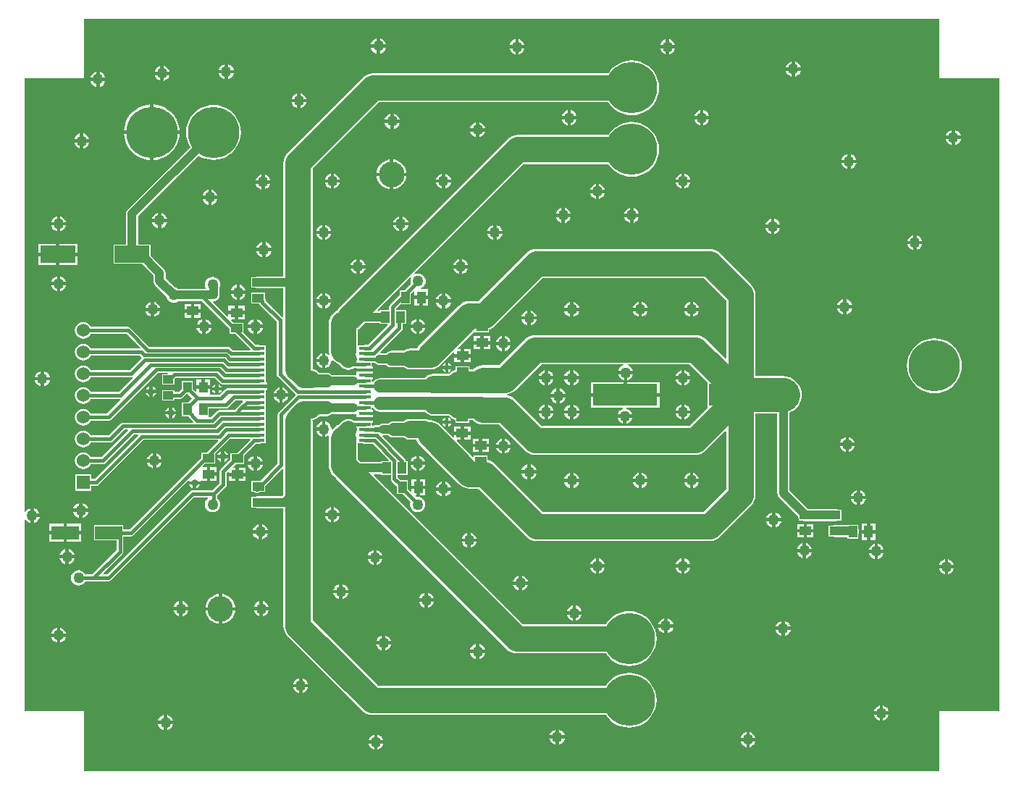
<source format=gbr>
%TF.GenerationSoftware,Altium Limited,Altium Designer,19.1.8 (144)*%
G04 Layer_Physical_Order=1*
G04 Layer_Color=255*
%FSLAX26Y26*%
%MOIN*%
%TF.FileFunction,Copper,L1,Top,Signal*%
%TF.Part,Single*%
G01*
G75*
%TA.AperFunction,SMDPad,CuDef*%
%ADD10R,0.057087X0.015748*%
%ADD11R,0.041339X0.051181*%
%ADD12R,0.051181X0.041339*%
%ADD13R,0.041339X0.055118*%
%ADD14R,0.055118X0.041339*%
%ADD15R,0.125984X0.062992*%
%ADD16R,0.295276X0.098425*%
%ADD17R,0.161417X0.078740*%
%TA.AperFunction,Conductor*%
%ADD18C,0.015748*%
%ADD19C,0.039370*%
%ADD20C,0.118110*%
%ADD21C,0.098425*%
%ADD22C,0.059055*%
%ADD23C,0.078740*%
%ADD24C,0.023622*%
%ADD25C,0.157480*%
%TA.AperFunction,ComponentPad*%
%ADD26C,0.236220*%
%ADD27C,0.060000*%
%ADD28R,0.060000X0.060000*%
%TA.AperFunction,ViaPad*%
%ADD29C,0.118110*%
%ADD30C,0.023622*%
%ADD31C,0.050000*%
%ADD32C,0.031496*%
G36*
X4251968Y3228347D02*
X4527559D01*
Y314961D01*
X4251968D01*
Y39370D01*
X314961D01*
Y314961D01*
X39370D01*
Y1197363D01*
X43875Y1198750D01*
X44370Y1198703D01*
X49841Y1191573D01*
X57152Y1185963D01*
X65666Y1182436D01*
X66929Y1182270D01*
Y1216535D01*
Y1250801D01*
X65666Y1250634D01*
X57152Y1247108D01*
X49841Y1241498D01*
X44370Y1234368D01*
X43875Y1234321D01*
X39370Y1235708D01*
Y3228347D01*
X314961D01*
Y3503937D01*
X4251968D01*
Y3228347D01*
D02*
G37*
%LPC*%
G36*
X1677165Y3412218D02*
Y3385827D01*
X1703557D01*
X1703390Y3387090D01*
X1699864Y3395604D01*
X1694254Y3402915D01*
X1686942Y3408525D01*
X1678428Y3412052D01*
X1677165Y3412218D01*
D02*
G37*
G36*
X1661417D02*
X1660155Y3412052D01*
X1651640Y3408525D01*
X1644329Y3402915D01*
X1638719Y3395604D01*
X1635192Y3387090D01*
X1635026Y3385827D01*
X1661417D01*
Y3412218D01*
D02*
G37*
G36*
X3007874Y3408281D02*
Y3381890D01*
X3034265D01*
X3034099Y3383153D01*
X3030572Y3391667D01*
X3024962Y3398978D01*
X3017651Y3404588D01*
X3009137Y3408115D01*
X3007874Y3408281D01*
D02*
G37*
G36*
X2992126D02*
X2990863Y3408115D01*
X2982349Y3404588D01*
X2975038Y3398978D01*
X2969428Y3391667D01*
X2965901Y3383153D01*
X2965735Y3381890D01*
X2992126D01*
Y3408281D01*
D02*
G37*
G36*
X2314961D02*
Y3381890D01*
X2341352D01*
X2341186Y3383153D01*
X2337659Y3391667D01*
X2332049Y3398978D01*
X2324738Y3404588D01*
X2316223Y3408115D01*
X2314961Y3408281D01*
D02*
G37*
G36*
X2299213D02*
X2297950Y3408115D01*
X2289436Y3404588D01*
X2282124Y3398978D01*
X2276514Y3391667D01*
X2272988Y3383153D01*
X2272821Y3381890D01*
X2299213D01*
Y3408281D01*
D02*
G37*
G36*
X1703557Y3370079D02*
X1677165D01*
Y3343687D01*
X1678428Y3343854D01*
X1686942Y3347380D01*
X1694254Y3352990D01*
X1699864Y3360302D01*
X1703390Y3368816D01*
X1703557Y3370079D01*
D02*
G37*
G36*
X1661417D02*
X1635026D01*
X1635192Y3368816D01*
X1638719Y3360302D01*
X1644329Y3352990D01*
X1651640Y3347380D01*
X1660155Y3343854D01*
X1661417Y3343687D01*
Y3370079D01*
D02*
G37*
G36*
X3034265Y3366142D02*
X3007874D01*
Y3339750D01*
X3009137Y3339917D01*
X3017651Y3343443D01*
X3024962Y3349053D01*
X3030572Y3356365D01*
X3034099Y3364879D01*
X3034265Y3366142D01*
D02*
G37*
G36*
X2992126D02*
X2965735D01*
X2965901Y3364879D01*
X2969428Y3356365D01*
X2975038Y3349053D01*
X2982349Y3343443D01*
X2990863Y3339917D01*
X2992126Y3339750D01*
Y3366142D01*
D02*
G37*
G36*
X2341352D02*
X2314961D01*
Y3339750D01*
X2316223Y3339917D01*
X2324738Y3343443D01*
X2332049Y3349053D01*
X2337659Y3356365D01*
X2341186Y3364879D01*
X2341352Y3366142D01*
D02*
G37*
G36*
X2299213D02*
X2272821D01*
X2272988Y3364879D01*
X2276514Y3356365D01*
X2282124Y3349053D01*
X2289436Y3343443D01*
X2297950Y3339917D01*
X2299213Y3339750D01*
Y3366142D01*
D02*
G37*
G36*
X3586614Y3305919D02*
Y3279528D01*
X3613006D01*
X3612839Y3280790D01*
X3609313Y3289305D01*
X3603702Y3296616D01*
X3596391Y3302226D01*
X3587877Y3305753D01*
X3586614Y3305919D01*
D02*
G37*
G36*
X3570866D02*
X3569603Y3305753D01*
X3561089Y3302226D01*
X3553778Y3296616D01*
X3548168Y3289305D01*
X3544641Y3280790D01*
X3544475Y3279528D01*
X3570866D01*
Y3305919D01*
D02*
G37*
G36*
X976378Y3294108D02*
Y3267716D01*
X1002769D01*
X1002603Y3268979D01*
X999076Y3277494D01*
X993466Y3284805D01*
X986155Y3290415D01*
X977641Y3293942D01*
X976378Y3294108D01*
D02*
G37*
G36*
X960630D02*
X959367Y3293942D01*
X950853Y3290415D01*
X943542Y3284805D01*
X937932Y3277494D01*
X934405Y3268979D01*
X934239Y3267716D01*
X960630D01*
Y3294108D01*
D02*
G37*
G36*
X681102Y3286234D02*
Y3259843D01*
X707494D01*
X707327Y3261105D01*
X703801Y3269619D01*
X698191Y3276931D01*
X690879Y3282541D01*
X682365Y3286068D01*
X681102Y3286234D01*
D02*
G37*
G36*
X665354D02*
X664091Y3286068D01*
X655577Y3282541D01*
X648266Y3276931D01*
X642656Y3269619D01*
X639129Y3261105D01*
X638963Y3259843D01*
X665354D01*
Y3286234D01*
D02*
G37*
G36*
X3613006Y3263780D02*
X3586614D01*
Y3237388D01*
X3587877Y3237554D01*
X3596391Y3241081D01*
X3603702Y3246691D01*
X3609313Y3254003D01*
X3612839Y3262517D01*
X3613006Y3263780D01*
D02*
G37*
G36*
X3570866D02*
X3544475D01*
X3544641Y3262517D01*
X3548168Y3254003D01*
X3553778Y3246691D01*
X3561089Y3241081D01*
X3569603Y3237554D01*
X3570866Y3237388D01*
Y3263780D01*
D02*
G37*
G36*
X385827Y3258675D02*
Y3232283D01*
X412218D01*
X412052Y3233546D01*
X408525Y3242060D01*
X402915Y3249372D01*
X395604Y3254982D01*
X387090Y3258508D01*
X385827Y3258675D01*
D02*
G37*
G36*
X370079D02*
X368816Y3258508D01*
X360302Y3254982D01*
X352990Y3249372D01*
X347380Y3242060D01*
X343854Y3233546D01*
X343687Y3232283D01*
X370079D01*
Y3258675D01*
D02*
G37*
G36*
X1002769Y3251968D02*
X976378D01*
Y3225577D01*
X977641Y3225743D01*
X986155Y3229270D01*
X993466Y3234880D01*
X999076Y3242191D01*
X1002603Y3250706D01*
X1002769Y3251968D01*
D02*
G37*
G36*
X960630D02*
X934239D01*
X934405Y3250706D01*
X937932Y3242191D01*
X943542Y3234880D01*
X950853Y3229270D01*
X959367Y3225743D01*
X960630Y3225577D01*
Y3251968D01*
D02*
G37*
G36*
X707494Y3244095D02*
X681102D01*
Y3217703D01*
X682365Y3217869D01*
X690879Y3221396D01*
X698191Y3227006D01*
X703801Y3234318D01*
X707327Y3242832D01*
X707494Y3244095D01*
D02*
G37*
G36*
X665354D02*
X638963D01*
X639129Y3242832D01*
X642656Y3234318D01*
X648266Y3227006D01*
X655577Y3221396D01*
X664091Y3217869D01*
X665354Y3217703D01*
Y3244095D01*
D02*
G37*
G36*
X412218Y3216535D02*
X385827D01*
Y3190144D01*
X387090Y3190310D01*
X395604Y3193837D01*
X402915Y3199447D01*
X408525Y3206758D01*
X412052Y3215273D01*
X412218Y3216535D01*
D02*
G37*
G36*
X370079D02*
X343687D01*
X343854Y3215273D01*
X347380Y3206758D01*
X352990Y3199447D01*
X360302Y3193837D01*
X368816Y3190310D01*
X370079Y3190144D01*
Y3216535D01*
D02*
G37*
G36*
X1311024Y3160250D02*
Y3133858D01*
X1337415D01*
X1337249Y3135121D01*
X1333722Y3143635D01*
X1328112Y3150947D01*
X1320801Y3156557D01*
X1312286Y3160083D01*
X1311024Y3160250D01*
D02*
G37*
G36*
X1295276D02*
X1294013Y3160083D01*
X1285499Y3156557D01*
X1278187Y3150947D01*
X1272577Y3143635D01*
X1269051Y3135121D01*
X1268884Y3133858D01*
X1295276D01*
Y3160250D01*
D02*
G37*
G36*
X1337415Y3118110D02*
X1311024D01*
Y3091719D01*
X1312286Y3091885D01*
X1320801Y3095412D01*
X1328112Y3101022D01*
X1333722Y3108333D01*
X1337249Y3116847D01*
X1337415Y3118110D01*
D02*
G37*
G36*
X1295276D02*
X1268884D01*
X1269051Y3116847D01*
X1272577Y3108333D01*
X1278187Y3101022D01*
X1285499Y3095412D01*
X1294013Y3091885D01*
X1295276Y3091719D01*
Y3118110D01*
D02*
G37*
G36*
X2834646Y3311413D02*
X2814876Y3309857D01*
X2795594Y3305228D01*
X2777273Y3297639D01*
X2760365Y3287278D01*
X2745286Y3274399D01*
X2732407Y3259320D01*
X2728101Y3252292D01*
X1643504D01*
X1630383Y3251000D01*
X1617767Y3247173D01*
X1606140Y3240958D01*
X1595949Y3232594D01*
X1250673Y2887319D01*
X1242310Y2877128D01*
X1236095Y2865501D01*
X1232268Y2852884D01*
X1230976Y2839764D01*
Y2317167D01*
X1115158D01*
X1107963Y2316220D01*
X1102546Y2313976D01*
X1083662D01*
Y2264763D01*
X1102549D01*
X1107963Y2262521D01*
X1115158Y2261573D01*
X1230976D01*
Y2207874D01*
Y2130497D01*
X1225976Y2128425D01*
X1150899Y2203502D01*
Y2203740D01*
X1150899Y2203741D01*
X1149677Y2209885D01*
X1146654Y2214410D01*
Y2241141D01*
X1083662D01*
Y2191928D01*
X1119765D01*
X1120008Y2190706D01*
X1123489Y2185497D01*
X1200479Y2108507D01*
Y1867127D01*
X1200479Y1867126D01*
X1201701Y1860981D01*
X1205182Y1855772D01*
X1285765Y1775189D01*
X1286095Y1774673D01*
X1286335Y1768688D01*
X1210103Y1692456D01*
X1206622Y1687247D01*
X1205400Y1681102D01*
X1205400Y1681102D01*
Y1455470D01*
X1124930Y1375000D01*
X1084646D01*
Y1325787D01*
X1096562D01*
X1096914Y1325261D01*
X1102123Y1321781D01*
X1108267Y1320558D01*
X1115157D01*
X1115157Y1320558D01*
X1121302Y1321781D01*
X1126511Y1325261D01*
X1127037Y1325787D01*
X1147638D01*
Y1352293D01*
X1226356Y1431012D01*
X1230976Y1429098D01*
Y1339567D01*
Y1311625D01*
X1224708Y1305357D01*
X1116141D01*
X1108947Y1304410D01*
X1103528Y1302165D01*
X1084646D01*
Y1252953D01*
X1103534D01*
X1108947Y1250711D01*
X1116141Y1249764D01*
X1230976D01*
Y707677D01*
X1232268Y694557D01*
X1236095Y681941D01*
X1242310Y670313D01*
X1250673Y660122D01*
X1592209Y318587D01*
X1602400Y310223D01*
X1614027Y304008D01*
X1626643Y300181D01*
X1639764Y298889D01*
X2716289D01*
X2720596Y291861D01*
X2733475Y276782D01*
X2748554Y263903D01*
X2765462Y253542D01*
X2783783Y245953D01*
X2803065Y241324D01*
X2822835Y239768D01*
X2842604Y241324D01*
X2861886Y245953D01*
X2880207Y253542D01*
X2897115Y263903D01*
X2912194Y276782D01*
X2925073Y291861D01*
X2935434Y308769D01*
X2943023Y327090D01*
X2947653Y346373D01*
X2949208Y366142D01*
X2947653Y385911D01*
X2943023Y405193D01*
X2935434Y423514D01*
X2925073Y440422D01*
X2912194Y455502D01*
X2897115Y468380D01*
X2880207Y478742D01*
X2861886Y486330D01*
X2842604Y490960D01*
X2822835Y492515D01*
X2803065Y490960D01*
X2783783Y486330D01*
X2765462Y478742D01*
X2748554Y468380D01*
X2733475Y455502D01*
X2720596Y440422D01*
X2716289Y433395D01*
X1667621D01*
X1365481Y735534D01*
Y1267716D01*
Y1339567D01*
Y1653543D01*
X1365154Y1656865D01*
X1371585Y1657712D01*
X1383078Y1662473D01*
X1392947Y1670045D01*
X1395595Y1673496D01*
X1429528D01*
X1439291Y1674782D01*
X1448390Y1678550D01*
X1454741Y1683424D01*
X1553543D01*
X1560738Y1684371D01*
X1562756Y1685207D01*
X1567756Y1681866D01*
Y1669093D01*
X1644843D01*
Y1678345D01*
X1606300D01*
Y1694093D01*
X1644843D01*
Y1704093D01*
X1638780D01*
Y1713959D01*
X1643780Y1714954D01*
X1644495Y1713226D01*
X1650490Y1705414D01*
X1658303Y1699418D01*
X1667402Y1695650D01*
X1677165Y1694364D01*
X1883255D01*
X1887565Y1688748D01*
X1897434Y1681175D01*
X1908927Y1676415D01*
X1921260Y1674791D01*
X1993473D01*
X1995703Y1671886D01*
X2007628Y1662735D01*
X2021515Y1656983D01*
X2023622Y1656706D01*
Y1643701D01*
X2086614D01*
Y1655021D01*
X2103257D01*
X2113227Y1646839D01*
X2124854Y1640624D01*
X2137470Y1636797D01*
X2150591Y1635505D01*
X2224111D01*
X2344177Y1515439D01*
X2354369Y1507075D01*
X2365996Y1500861D01*
X2378612Y1497033D01*
X2391732Y1495741D01*
X3127954Y1495741D01*
X3141075Y1497033D01*
X3153691Y1500860D01*
X3165318Y1507075D01*
X3175509Y1515439D01*
X3264742Y1604672D01*
X3269362Y1602759D01*
Y1337899D01*
X3165056Y1233593D01*
X2425495D01*
X2204051Y1455037D01*
X2193860Y1463401D01*
X2182233Y1469616D01*
X2171260Y1472945D01*
Y1491143D01*
X2108268D01*
Y1487690D01*
X2103648Y1485776D01*
X2029241Y1560184D01*
X2031154Y1564803D01*
X2047244D01*
Y1587599D01*
X2017559D01*
Y1578398D01*
X2012940Y1576485D01*
X1953668Y1635756D01*
X1943477Y1644120D01*
X1931850Y1650335D01*
X1919233Y1654162D01*
X1906113Y1655454D01*
X1903231Y1655170D01*
X1893457Y1659219D01*
X1881123Y1660843D01*
X1813976D01*
X1801643Y1659219D01*
X1790150Y1654459D01*
X1785533Y1650915D01*
X1739173D01*
X1729409Y1649630D01*
X1720311Y1645861D01*
X1713960Y1640988D01*
X1691929D01*
X1684735Y1640041D01*
X1678031Y1637264D01*
X1672890Y1633319D01*
X1652603Y1632279D01*
X1645011Y1630360D01*
X1643780Y1629443D01*
X1638780Y1631953D01*
Y1643345D01*
X1644843D01*
Y1653345D01*
X1567756D01*
Y1652277D01*
X1556880D01*
X1555322Y1653472D01*
X1543829Y1658233D01*
X1531496Y1659857D01*
X1519163Y1658233D01*
X1507670Y1653472D01*
X1497801Y1645900D01*
X1484692Y1632790D01*
X1482137Y1632015D01*
X1470510Y1625801D01*
X1460319Y1617437D01*
X1457465Y1613959D01*
X1456688Y1613993D01*
X1452424Y1615698D01*
X1451422Y1623310D01*
X1447895Y1631824D01*
X1442285Y1639136D01*
X1434974Y1644746D01*
X1426460Y1648272D01*
X1425197Y1648439D01*
Y1614173D01*
Y1579908D01*
X1426460Y1580074D01*
X1434974Y1583601D01*
X1437445Y1585497D01*
X1440989Y1583518D01*
X1441873Y1582592D01*
X1440621Y1569882D01*
Y1447835D01*
X1441913Y1434714D01*
X1445740Y1422098D01*
X1451955Y1410471D01*
X1460319Y1400280D01*
X1467346Y1394513D01*
X1473113Y1387485D01*
X2258547Y602051D01*
X2268739Y593688D01*
X2280366Y587473D01*
X2292982Y583646D01*
X2299850Y582969D01*
X2306102Y582353D01*
X2306103Y582353D01*
X2716289D01*
X2720596Y575326D01*
X2733475Y560246D01*
X2748554Y547368D01*
X2765462Y537006D01*
X2783783Y529418D01*
X2803065Y524788D01*
X2822835Y523232D01*
X2842604Y524788D01*
X2861886Y529418D01*
X2880207Y537006D01*
X2897115Y547368D01*
X2912194Y560246D01*
X2925073Y575326D01*
X2935434Y592234D01*
X2943023Y610555D01*
X2947653Y629837D01*
X2949208Y649606D01*
X2947653Y669375D01*
X2943023Y688658D01*
X2935434Y706979D01*
X2925073Y723887D01*
X2912194Y738966D01*
X2897115Y751845D01*
X2880207Y762206D01*
X2861886Y769795D01*
X2842604Y774424D01*
X2822835Y775980D01*
X2803065Y774424D01*
X2783783Y769795D01*
X2765462Y762206D01*
X2748554Y751845D01*
X2733475Y738966D01*
X2720596Y723887D01*
X2716289Y716859D01*
X2333959D01*
X1648194Y1402624D01*
X1650108Y1407244D01*
X1681102D01*
Y1403543D01*
X1726070D01*
Y1384843D01*
X1726069Y1384842D01*
X1727292Y1378698D01*
X1730772Y1373489D01*
X1750669Y1353592D01*
X1754922Y1349098D01*
Y1314961D01*
X1781426D01*
X1816547Y1279840D01*
X1815310Y1276853D01*
X1814108Y1267716D01*
X1815310Y1258580D01*
X1818837Y1250065D01*
X1824447Y1242754D01*
X1831758Y1237144D01*
X1840273Y1233617D01*
X1849409Y1232415D01*
X1858546Y1233617D01*
X1867061Y1237144D01*
X1874372Y1242754D01*
X1879982Y1250065D01*
X1883509Y1258580D01*
X1884711Y1267716D01*
X1883509Y1276853D01*
X1879982Y1285368D01*
X1874372Y1292679D01*
X1867061Y1298289D01*
X1858546Y1301816D01*
X1849409Y1303018D01*
X1841793Y1302016D01*
X1840092Y1303898D01*
X1841558Y1307952D01*
X1842470Y1308898D01*
X1844489D01*
Y1338583D01*
X1821694D01*
Y1326641D01*
X1817074Y1324728D01*
X1804134Y1337667D01*
Y1377953D01*
X1771723D01*
X1758182Y1391493D01*
Y1403543D01*
X1803150D01*
Y1466535D01*
X1799497D01*
X1794599Y1467521D01*
X1793377Y1473665D01*
X1789896Y1478874D01*
X1789896Y1478875D01*
X1687889Y1580881D01*
X1690225Y1585617D01*
X1691931Y1585392D01*
X1691946Y1585394D01*
X1713960D01*
X1720311Y1580521D01*
X1729409Y1576752D01*
X1739173Y1575467D01*
X1785533D01*
X1790150Y1571923D01*
X1801643Y1567163D01*
X1813976Y1565539D01*
X1843047D01*
X1843979Y1562465D01*
X1850194Y1550838D01*
X1858558Y1540646D01*
X2039277Y1359927D01*
X2049468Y1351563D01*
X2061095Y1345349D01*
X2073712Y1341522D01*
X2086832Y1340229D01*
X2128639D01*
X2350083Y1118785D01*
X2360274Y1110422D01*
X2371901Y1104207D01*
X2384517Y1100380D01*
X2391385Y1099703D01*
X2397638Y1099088D01*
X2397639Y1099088D01*
X3192913D01*
X3206034Y1100380D01*
X3218650Y1104207D01*
X3230277Y1110422D01*
X3240468Y1118785D01*
X3384170Y1262487D01*
X3392534Y1272678D01*
X3398748Y1284305D01*
X3402575Y1296921D01*
X3403868Y1310042D01*
Y1684621D01*
X3504684D01*
Y1319881D01*
X3505631Y1312687D01*
X3508408Y1305983D01*
X3512825Y1300226D01*
X3598889Y1214162D01*
X3599135Y1212293D01*
X3601912Y1205589D01*
X3602362Y1205002D01*
Y1193896D01*
X3614360D01*
X3619774Y1191654D01*
X3626968Y1190707D01*
X3633858D01*
X3633866Y1190707D01*
X3771653D01*
X3778847Y1191655D01*
X3784263Y1193898D01*
X3801182D01*
Y1243111D01*
X3784266D01*
X3778848Y1245355D01*
X3771654Y1246302D01*
X3771646Y1246301D01*
X3645371D01*
X3560277Y1331395D01*
Y1690172D01*
X3563819Y1691246D01*
X3578866Y1699289D01*
X3592055Y1710113D01*
X3602878Y1723301D01*
X3610921Y1738348D01*
X3615874Y1754675D01*
X3617546Y1771655D01*
X3615874Y1788634D01*
X3610921Y1804961D01*
X3602878Y1820008D01*
X3592055Y1833196D01*
X3578866Y1844020D01*
X3563819Y1852063D01*
X3547492Y1857015D01*
X3530513Y1858688D01*
X3403868D01*
Y2233267D01*
X3402575Y2246387D01*
X3398748Y2259004D01*
X3392534Y2270631D01*
X3384170Y2280822D01*
X3240468Y2424523D01*
X3230277Y2432887D01*
X3218650Y2439102D01*
X3206034Y2442929D01*
X3192913Y2444221D01*
X2397639D01*
X2397638Y2444222D01*
X2391385Y2443606D01*
X2384517Y2442929D01*
X2371901Y2439102D01*
X2360274Y2432887D01*
X2350083Y2424523D01*
X2128639Y2203080D01*
X2086832D01*
X2073712Y2201787D01*
X2061095Y2197960D01*
X2049468Y2191746D01*
X2039277Y2183382D01*
X1858558Y2002663D01*
X1850194Y1992471D01*
X1846019Y1984660D01*
X1814961D01*
X1802627Y1983036D01*
X1791135Y1978276D01*
X1786517Y1974732D01*
X1729331D01*
X1719567Y1973447D01*
X1710469Y1969678D01*
X1703091Y1964017D01*
X1679820D01*
X1677748Y1969017D01*
X1776117Y2067386D01*
X1776118Y2067387D01*
X1779598Y2072596D01*
X1780821Y2078740D01*
X1780820Y2078741D01*
Y2098425D01*
X1796260D01*
Y2161417D01*
X1750309D01*
Y2169530D01*
X1769755Y2188977D01*
X1817913D01*
Y2237134D01*
X1830852Y2250074D01*
X1835472Y2248160D01*
Y2228346D01*
X1866141D01*
X1896810D01*
Y2258032D01*
X1865988D01*
X1864993Y2263032D01*
X1869029Y2264703D01*
X1876340Y2270313D01*
X1881950Y2277625D01*
X1885477Y2286139D01*
X1886680Y2295276D01*
X1885477Y2304412D01*
X1881950Y2312927D01*
X1876340Y2320238D01*
X1869029Y2325848D01*
X1860515Y2329375D01*
X1851378Y2330578D01*
X1842241Y2329375D01*
X1838114Y2327665D01*
X1835281Y2331904D01*
X2337699Y2834322D01*
X2728101D01*
X2732407Y2827294D01*
X2745286Y2812215D01*
X2760365Y2799336D01*
X2777273Y2788975D01*
X2795594Y2781386D01*
X2814876Y2776757D01*
X2834646Y2775201D01*
X2854415Y2776757D01*
X2873697Y2781386D01*
X2892018Y2788975D01*
X2908926Y2799336D01*
X2924006Y2812215D01*
X2936884Y2827294D01*
X2947246Y2844202D01*
X2954834Y2862523D01*
X2959464Y2881806D01*
X2961019Y2901575D01*
X2959464Y2921344D01*
X2954834Y2940626D01*
X2947246Y2958947D01*
X2936884Y2975856D01*
X2924006Y2990935D01*
X2908926Y3003813D01*
X2892018Y3014175D01*
X2873697Y3021763D01*
X2854415Y3026393D01*
X2834646Y3027949D01*
X2814876Y3026393D01*
X2795594Y3021763D01*
X2777273Y3014175D01*
X2760365Y3003813D01*
X2745286Y2990935D01*
X2732407Y2975856D01*
X2728101Y2968828D01*
X2309842D01*
X2296722Y2967535D01*
X2284106Y2963708D01*
X2272479Y2957494D01*
X2265900Y2952095D01*
X2262287Y2949130D01*
X2262287Y2949129D01*
X1490634Y2177476D01*
X1482270Y2167285D01*
X1478174Y2159621D01*
X1470510Y2155525D01*
X1460319Y2147161D01*
X1451955Y2136970D01*
X1445740Y2125343D01*
X1441913Y2112727D01*
X1440621Y2099606D01*
Y1977559D01*
X1441913Y1964439D01*
X1443398Y1959545D01*
X1439080Y1956556D01*
X1434974Y1959706D01*
X1426460Y1963233D01*
X1425197Y1963399D01*
Y1929134D01*
Y1894869D01*
X1426460Y1895035D01*
X1434974Y1898562D01*
X1442285Y1904172D01*
X1447895Y1911483D01*
X1451422Y1919997D01*
X1452625Y1929134D01*
X1452254Y1931950D01*
X1457025Y1934018D01*
X1460319Y1930004D01*
X1470510Y1921640D01*
X1482137Y1915426D01*
X1484692Y1914651D01*
X1497801Y1901541D01*
X1507670Y1893969D01*
X1519163Y1889208D01*
X1531496Y1887584D01*
X1543829Y1889208D01*
X1555322Y1893969D01*
X1556880Y1895164D01*
X1567756D01*
Y1894093D01*
X1644843D01*
Y1904093D01*
X1638780D01*
Y1920164D01*
X1651200D01*
X1653961Y1916565D01*
X1659718Y1912148D01*
X1666422Y1909371D01*
X1673617Y1908424D01*
X1705144D01*
X1710469Y1904338D01*
X1719567Y1900569D01*
X1729331Y1899284D01*
X1786517D01*
X1791135Y1895740D01*
X1802627Y1890980D01*
X1814961Y1889356D01*
X1888013D01*
X1891005Y1889750D01*
X1892993Y1889147D01*
X1906113Y1887855D01*
X1919233Y1889147D01*
X1931850Y1892974D01*
X1943477Y1899189D01*
X1953668Y1907553D01*
X2013924Y1967808D01*
X2018543Y1965895D01*
Y1959645D01*
X2048228D01*
Y1982441D01*
X2035089D01*
X2033175Y1987060D01*
X2109554Y2063439D01*
X2114173Y2061525D01*
Y2060039D01*
X2177165D01*
Y2072156D01*
X2182233Y2073693D01*
X2193860Y2079908D01*
X2204051Y2088272D01*
X2425495Y2309716D01*
X3165056D01*
X3269362Y2205410D01*
Y1940550D01*
X3264742Y1938637D01*
X3175509Y2027870D01*
X3165318Y2036234D01*
X3153691Y2042449D01*
X3141075Y2046276D01*
X3127954Y2047568D01*
X2391732Y2047568D01*
X2378612Y2046276D01*
X2365996Y2042448D01*
X2354369Y2036234D01*
X2344177Y2027870D01*
X2224111Y1907804D01*
X2150591D01*
X2137470Y1906512D01*
X2124854Y1902685D01*
X2113227Y1896470D01*
X2103257Y1888288D01*
X2087598D01*
Y1903543D01*
X2024606D01*
Y1886733D01*
X2021515Y1886326D01*
X2007628Y1880574D01*
X1995703Y1871423D01*
X1993473Y1868518D01*
X1921260D01*
X1908927Y1866894D01*
X1897434Y1862134D01*
X1887565Y1854561D01*
X1883255Y1848945D01*
X1677165D01*
X1667402Y1847659D01*
X1658303Y1843890D01*
X1650490Y1837895D01*
X1644495Y1830083D01*
X1643780Y1830011D01*
X1638780Y1834535D01*
Y1843345D01*
X1644843D01*
Y1853345D01*
X1606300D01*
Y1869093D01*
X1644843D01*
Y1878345D01*
X1567756D01*
Y1865575D01*
X1562756Y1862234D01*
X1560738Y1863070D01*
X1553543Y1864017D01*
X1454741D01*
X1448390Y1868891D01*
X1439291Y1872659D01*
X1429528Y1873945D01*
X1395595D01*
X1392947Y1877396D01*
X1383078Y1884968D01*
X1371585Y1889729D01*
X1365154Y1890576D01*
X1365481Y1893898D01*
Y2207874D01*
Y2279724D01*
Y2811907D01*
X1671361Y3117787D01*
X2728101D01*
X2732407Y3110759D01*
X2745286Y3095680D01*
X2760365Y3082801D01*
X2777273Y3072439D01*
X2795594Y3064851D01*
X2814876Y3060222D01*
X2834646Y3058666D01*
X2854415Y3060222D01*
X2873697Y3064851D01*
X2892018Y3072439D01*
X2908926Y3082801D01*
X2924006Y3095680D01*
X2936884Y3110759D01*
X2947246Y3127667D01*
X2954834Y3145988D01*
X2959464Y3165270D01*
X2961019Y3185039D01*
X2959464Y3204809D01*
X2954834Y3224091D01*
X2947246Y3242412D01*
X2936884Y3259320D01*
X2924006Y3274399D01*
X2908926Y3287278D01*
X2892018Y3297639D01*
X2873697Y3305228D01*
X2854415Y3309857D01*
X2834646Y3311413D01*
D02*
G37*
G36*
X3165354Y3081510D02*
Y3055118D01*
X3191746D01*
X3191579Y3056381D01*
X3188053Y3064895D01*
X3182443Y3072206D01*
X3175131Y3077816D01*
X3166617Y3081343D01*
X3165354Y3081510D01*
D02*
G37*
G36*
X3149606D02*
X3148343Y3081343D01*
X3139829Y3077816D01*
X3132518Y3072206D01*
X3126908Y3064895D01*
X3123381Y3056381D01*
X3123215Y3055118D01*
X3149606D01*
Y3081510D01*
D02*
G37*
G36*
X2555118D02*
Y3055118D01*
X2581510D01*
X2581343Y3056381D01*
X2577816Y3064895D01*
X2572206Y3072206D01*
X2564895Y3077816D01*
X2556381Y3081343D01*
X2555118Y3081510D01*
D02*
G37*
G36*
X2539370D02*
X2538107Y3081343D01*
X2529593Y3077816D01*
X2522282Y3072206D01*
X2516672Y3064895D01*
X2513145Y3056381D01*
X2512979Y3055118D01*
X2539370D01*
Y3081510D01*
D02*
G37*
G36*
X1740158Y3065762D02*
Y3039370D01*
X1766549D01*
X1766383Y3040633D01*
X1762856Y3049147D01*
X1757246Y3056458D01*
X1749935Y3062068D01*
X1741420Y3065595D01*
X1740158Y3065762D01*
D02*
G37*
G36*
X1724409D02*
X1723147Y3065595D01*
X1714632Y3062068D01*
X1707321Y3056458D01*
X1701711Y3049147D01*
X1698184Y3040633D01*
X1698018Y3039370D01*
X1724409D01*
Y3065762D01*
D02*
G37*
G36*
X3191746Y3039370D02*
X3165354D01*
Y3012979D01*
X3166617Y3013145D01*
X3175131Y3016672D01*
X3182443Y3022282D01*
X3188053Y3029593D01*
X3191579Y3038107D01*
X3191746Y3039370D01*
D02*
G37*
G36*
X3149606D02*
X3123215D01*
X3123381Y3038107D01*
X3126908Y3029593D01*
X3132518Y3022282D01*
X3139829Y3016672D01*
X3148343Y3013145D01*
X3149606Y3012979D01*
Y3039370D01*
D02*
G37*
G36*
X2581510D02*
X2555118D01*
Y3012979D01*
X2556381Y3013145D01*
X2564895Y3016672D01*
X2572206Y3022282D01*
X2577816Y3029593D01*
X2581343Y3038107D01*
X2581510Y3039370D01*
D02*
G37*
G36*
X2539370D02*
X2512979D01*
X2513145Y3038107D01*
X2516672Y3029593D01*
X2522282Y3022282D01*
X2529593Y3016672D01*
X2538107Y3013145D01*
X2539370Y3012979D01*
Y3039370D01*
D02*
G37*
G36*
X2133858Y3026391D02*
Y3000000D01*
X2160250D01*
X2160083Y3001263D01*
X2156557Y3009777D01*
X2150947Y3017088D01*
X2143635Y3022698D01*
X2135121Y3026225D01*
X2133858Y3026391D01*
D02*
G37*
G36*
X2118110D02*
X2116847Y3026225D01*
X2108333Y3022698D01*
X2101022Y3017088D01*
X2095412Y3009777D01*
X2091885Y3001263D01*
X2091719Y3000000D01*
X2118110D01*
Y3026391D01*
D02*
G37*
G36*
X1766549Y3023622D02*
X1740158D01*
Y2997231D01*
X1741420Y2997397D01*
X1749935Y3000924D01*
X1757246Y3006534D01*
X1762856Y3013845D01*
X1766383Y3022359D01*
X1766549Y3023622D01*
D02*
G37*
G36*
X1724409D02*
X1698018D01*
X1698184Y3022359D01*
X1701711Y3013845D01*
X1707321Y3006534D01*
X1714632Y3000924D01*
X1723147Y2997397D01*
X1724409Y2997231D01*
Y3023622D01*
D02*
G37*
G36*
X633858Y3108202D02*
Y2988189D01*
X753871D01*
X752908Y3000418D01*
X748201Y3020026D01*
X740484Y3038656D01*
X729948Y3055849D01*
X716852Y3071183D01*
X701518Y3084279D01*
X684325Y3094815D01*
X665695Y3102532D01*
X646087Y3107239D01*
X633858Y3108202D01*
D02*
G37*
G36*
X618110D02*
X605881Y3107239D01*
X586274Y3102532D01*
X567644Y3094815D01*
X550450Y3084279D01*
X535116Y3071183D01*
X522020Y3055849D01*
X511484Y3038656D01*
X503767Y3020026D01*
X499060Y3000418D01*
X498098Y2988189D01*
X618110D01*
Y3108202D01*
D02*
G37*
G36*
X4322835Y2990958D02*
Y2964567D01*
X4349226D01*
X4349060Y2965830D01*
X4345533Y2974344D01*
X4339923Y2981655D01*
X4332612Y2987265D01*
X4324097Y2990792D01*
X4322835Y2990958D01*
D02*
G37*
G36*
X4307087D02*
X4305824Y2990792D01*
X4297310Y2987265D01*
X4289998Y2981655D01*
X4284388Y2974344D01*
X4280861Y2965830D01*
X4280695Y2964567D01*
X4307087D01*
Y2990958D01*
D02*
G37*
G36*
X2160250Y2984252D02*
X2133858D01*
Y2957861D01*
X2135121Y2958027D01*
X2143635Y2961554D01*
X2150947Y2967164D01*
X2156557Y2974475D01*
X2160083Y2982989D01*
X2160250Y2984252D01*
D02*
G37*
G36*
X2118110D02*
X2091719D01*
X2091885Y2982989D01*
X2095412Y2974475D01*
X2101022Y2967164D01*
X2108333Y2961554D01*
X2116847Y2958027D01*
X2118110Y2957861D01*
Y2984252D01*
D02*
G37*
G36*
X311024Y2975210D02*
Y2948819D01*
X337415D01*
X337249Y2950082D01*
X333722Y2958596D01*
X328112Y2965907D01*
X320801Y2971517D01*
X312286Y2975044D01*
X311024Y2975210D01*
D02*
G37*
G36*
X295276D02*
X294013Y2975044D01*
X285499Y2971517D01*
X278187Y2965907D01*
X272577Y2958596D01*
X269050Y2950082D01*
X268884Y2948819D01*
X295276D01*
Y2975210D01*
D02*
G37*
G36*
X4349226Y2948819D02*
X4322835D01*
Y2922427D01*
X4324097Y2922594D01*
X4332612Y2926120D01*
X4339923Y2931731D01*
X4345533Y2939042D01*
X4349060Y2947556D01*
X4349226Y2948819D01*
D02*
G37*
G36*
X4307087D02*
X4280695D01*
X4280861Y2947556D01*
X4284388Y2939042D01*
X4289998Y2931731D01*
X4297310Y2926120D01*
X4305824Y2922594D01*
X4307087Y2922427D01*
Y2948819D01*
D02*
G37*
G36*
X337415Y2933071D02*
X311024D01*
Y2906680D01*
X312286Y2906846D01*
X320801Y2910372D01*
X328112Y2915983D01*
X333722Y2923294D01*
X337249Y2931808D01*
X337415Y2933071D01*
D02*
G37*
G36*
X295276D02*
X268884D01*
X269050Y2931808D01*
X272577Y2923294D01*
X278187Y2915983D01*
X285499Y2910372D01*
X294013Y2906846D01*
X295276Y2906680D01*
Y2933071D01*
D02*
G37*
G36*
X3842520Y2880722D02*
Y2854331D01*
X3868911D01*
X3868745Y2855593D01*
X3865218Y2864108D01*
X3859608Y2871419D01*
X3852297Y2877029D01*
X3843782Y2880556D01*
X3842520Y2880722D01*
D02*
G37*
G36*
X3826772D02*
X3825509Y2880556D01*
X3816995Y2877029D01*
X3809683Y2871419D01*
X3804073Y2864108D01*
X3800547Y2855593D01*
X3800380Y2854331D01*
X3826772D01*
Y2880722D01*
D02*
G37*
G36*
X909449Y3106689D02*
X889680Y3105133D01*
X870397Y3100504D01*
X852076Y3092915D01*
X835168Y3082554D01*
X820089Y3069675D01*
X807210Y3054596D01*
X796849Y3037688D01*
X789260Y3019367D01*
X784631Y3000084D01*
X783075Y2980315D01*
X784631Y2960546D01*
X789260Y2941263D01*
X796849Y2922943D01*
X802897Y2913073D01*
X515779Y2625956D01*
X511361Y2620199D01*
X508584Y2613494D01*
X507637Y2606300D01*
Y2461614D01*
X450788D01*
Y2375000D01*
X580769D01*
X633818Y2321951D01*
Y2296259D01*
X634765Y2289065D01*
X637542Y2282361D01*
X641959Y2276604D01*
X692077Y2226486D01*
X692673Y2221966D01*
X696199Y2213452D01*
X701809Y2206140D01*
X709121Y2200530D01*
X717635Y2197003D01*
X726772Y2195800D01*
X735908Y2197003D01*
X744423Y2200530D01*
X748040Y2203306D01*
X857649D01*
X984252Y2076703D01*
Y2053150D01*
X1007805D01*
X1079058Y1981896D01*
X1077145Y1977277D01*
X997498D01*
X986059Y1988716D01*
X980850Y1992197D01*
X974705Y1993419D01*
X974705Y1993419D01*
X613934D01*
X527299Y2080055D01*
X522090Y2083535D01*
X515945Y2084757D01*
X515944Y2084757D01*
X344382D01*
X343122Y2087800D01*
X337051Y2095712D01*
X329139Y2101783D01*
X319926Y2105599D01*
X310039Y2106901D01*
X300152Y2105599D01*
X290938Y2101783D01*
X283027Y2095712D01*
X276956Y2087800D01*
X273140Y2078587D01*
X271838Y2068700D01*
X273140Y2058813D01*
X276956Y2049599D01*
X283027Y2041688D01*
X290938Y2035617D01*
X300152Y2031801D01*
X310039Y2030499D01*
X319926Y2031801D01*
X329139Y2035617D01*
X337051Y2041688D01*
X343122Y2049599D01*
X344383Y2052644D01*
X509294D01*
X572181Y1989757D01*
X570110Y1984757D01*
X344382D01*
X343122Y1987800D01*
X337051Y1995712D01*
X329139Y2001783D01*
X319926Y2005599D01*
X310039Y2006901D01*
X300152Y2005599D01*
X290938Y2001783D01*
X283027Y1995712D01*
X276956Y1987800D01*
X273140Y1978587D01*
X271838Y1968700D01*
X273140Y1958813D01*
X276956Y1949599D01*
X283027Y1941688D01*
X290938Y1935617D01*
X300152Y1931801D01*
X310039Y1930499D01*
X319926Y1931801D01*
X329139Y1935617D01*
X337051Y1941688D01*
X343122Y1949599D01*
X344383Y1952644D01*
X569924D01*
X577596Y1944973D01*
X578397Y1938703D01*
X524452Y1884757D01*
X344382D01*
X343122Y1887800D01*
X337051Y1895712D01*
X329139Y1901783D01*
X319926Y1905599D01*
X310039Y1906901D01*
X300152Y1905599D01*
X290938Y1901783D01*
X283027Y1895712D01*
X276956Y1887800D01*
X273140Y1878587D01*
X271838Y1868700D01*
X273140Y1858813D01*
X276956Y1849599D01*
X283027Y1841688D01*
X290938Y1835617D01*
X300152Y1831801D01*
X310039Y1830499D01*
X319926Y1831801D01*
X329139Y1835617D01*
X337051Y1841688D01*
X343122Y1849599D01*
X344383Y1852644D01*
X531102D01*
X531102Y1852644D01*
X535319Y1853483D01*
X536866Y1851696D01*
X537782Y1848875D01*
X473664Y1784757D01*
X344382D01*
X343122Y1787800D01*
X337051Y1795712D01*
X329139Y1801783D01*
X319926Y1805599D01*
X310039Y1806901D01*
X300152Y1805599D01*
X290938Y1801783D01*
X283027Y1795712D01*
X276956Y1787800D01*
X273140Y1778587D01*
X271838Y1768700D01*
X273140Y1758813D01*
X276956Y1749599D01*
X283027Y1741688D01*
X290938Y1735617D01*
X300152Y1731801D01*
X310039Y1730499D01*
X319926Y1731801D01*
X329139Y1735617D01*
X337051Y1741688D01*
X343122Y1749599D01*
X344383Y1752644D01*
X479756D01*
X480802Y1751335D01*
X482080Y1747897D01*
X418940Y1684757D01*
X344382D01*
X343122Y1687800D01*
X337051Y1695712D01*
X329139Y1701783D01*
X319926Y1705599D01*
X310039Y1706901D01*
X300152Y1705599D01*
X290938Y1701783D01*
X283027Y1695712D01*
X276956Y1687800D01*
X273140Y1678587D01*
X271838Y1668700D01*
X273140Y1658813D01*
X276956Y1649599D01*
X283027Y1641688D01*
X290938Y1635617D01*
X300152Y1631801D01*
X310039Y1630499D01*
X319926Y1631801D01*
X329139Y1635617D01*
X337051Y1641688D01*
X343122Y1649599D01*
X344383Y1652644D01*
X425590D01*
X425591Y1652644D01*
X431735Y1653867D01*
X436944Y1657347D01*
X652320Y1872723D01*
X697672D01*
X700188Y1867723D01*
X699746Y1867126D01*
X672244D01*
Y1817913D01*
X731299D01*
Y1844420D01*
X735981Y1849101D01*
X914609D01*
X938843Y1824867D01*
X944052Y1821386D01*
X950197Y1820164D01*
X950197Y1820164D01*
X1079567D01*
Y1819093D01*
X1156654D01*
Y1829093D01*
X1150591D01*
Y1848030D01*
X1150591D01*
Y1849409D01*
X1150591D01*
Y1873030D01*
X1150591D01*
Y1874409D01*
X1150591D01*
Y1898030D01*
X1150591D01*
Y1899409D01*
X1150591D01*
Y1923030D01*
X1150591D01*
Y1924409D01*
X1150591D01*
Y1948030D01*
X1150591D01*
Y1949409D01*
X1150591D01*
Y1973030D01*
X1150591D01*
Y1974409D01*
X1150591D01*
Y1998031D01*
X1128782D01*
X1124255Y2001055D01*
X1118111Y2002277D01*
X1104092D01*
X1047244Y2059125D01*
Y2102362D01*
X1004007D01*
X991068Y2115302D01*
X992981Y2119921D01*
X1007874D01*
Y2142716D01*
X978189D01*
Y2134713D01*
X973570Y2132800D01*
X907683Y2198686D01*
X909597Y2203306D01*
X910827D01*
X918021Y2204253D01*
X924725Y2207030D01*
X930482Y2211447D01*
X934899Y2217204D01*
X937676Y2223908D01*
X938624Y2231102D01*
Y2268204D01*
X939611Y2270588D01*
X940814Y2279724D01*
X939611Y2288861D01*
X936084Y2297376D01*
X930474Y2304687D01*
X923163Y2310297D01*
X914649Y2313824D01*
X905512Y2315026D01*
X896375Y2313824D01*
X887861Y2310297D01*
X880549Y2304687D01*
X874939Y2297376D01*
X871413Y2288861D01*
X870210Y2279724D01*
X871413Y2270588D01*
X874183Y2263899D01*
X871581Y2258899D01*
X748040D01*
X744423Y2261675D01*
X735908Y2265202D01*
X731388Y2265797D01*
X689412Y2307773D01*
Y2333465D01*
X688464Y2340659D01*
X685687Y2347363D01*
X681270Y2353120D01*
X620079Y2414311D01*
Y2461614D01*
X563231D01*
Y2594786D01*
X842207Y2873763D01*
X852076Y2867715D01*
X870397Y2860126D01*
X889680Y2855497D01*
X909449Y2853941D01*
X929218Y2855497D01*
X948500Y2860126D01*
X966821Y2867715D01*
X983730Y2878076D01*
X998809Y2890955D01*
X1011687Y2906034D01*
X1022049Y2922943D01*
X1029637Y2941263D01*
X1034267Y2960546D01*
X1035823Y2980315D01*
X1034267Y3000084D01*
X1029637Y3019367D01*
X1022049Y3037688D01*
X1011687Y3054596D01*
X998809Y3069675D01*
X983730Y3082554D01*
X966821Y3092915D01*
X948500Y3100504D01*
X929218Y3105133D01*
X909449Y3106689D01*
D02*
G37*
G36*
X618110Y2972441D02*
X498098D01*
X499060Y2960212D01*
X503767Y2940604D01*
X511484Y2921974D01*
X522020Y2904781D01*
X535116Y2889447D01*
X550450Y2876351D01*
X567644Y2865815D01*
X586274Y2858098D01*
X605881Y2853391D01*
X618110Y2852428D01*
Y2972441D01*
D02*
G37*
G36*
X753871D02*
X633858D01*
Y2852428D01*
X646087Y2853391D01*
X665695Y2858098D01*
X684325Y2865815D01*
X701518Y2876351D01*
X716852Y2889447D01*
X729948Y2904781D01*
X740484Y2921974D01*
X748201Y2940604D01*
X752908Y2960212D01*
X753871Y2972441D01*
D02*
G37*
G36*
X3868911Y2838583D02*
X3842520D01*
Y2812191D01*
X3843782Y2812358D01*
X3852297Y2815884D01*
X3859608Y2821494D01*
X3865218Y2828806D01*
X3868745Y2837320D01*
X3868911Y2838583D01*
D02*
G37*
G36*
X3826772D02*
X3800380D01*
X3800547Y2837320D01*
X3804073Y2828806D01*
X3809683Y2821494D01*
X3816995Y2815884D01*
X3825509Y2812358D01*
X3826772Y2812191D01*
Y2838583D01*
D02*
G37*
G36*
X1737205Y2855031D02*
Y2794291D01*
X1797944D01*
X1797387Y2799954D01*
X1793438Y2812971D01*
X1787026Y2824968D01*
X1778396Y2835483D01*
X1767881Y2844112D01*
X1755885Y2850525D01*
X1742868Y2854473D01*
X1737205Y2855031D01*
D02*
G37*
G36*
X1721457D02*
X1715793Y2854473D01*
X1702777Y2850525D01*
X1690780Y2844112D01*
X1680265Y2835483D01*
X1671636Y2824968D01*
X1665223Y2812971D01*
X1661275Y2799954D01*
X1660717Y2794291D01*
X1721457D01*
Y2855031D01*
D02*
G37*
G36*
X3078740Y2790171D02*
Y2763780D01*
X3105131D01*
X3104965Y2765042D01*
X3101439Y2773557D01*
X3095828Y2780868D01*
X3088517Y2786478D01*
X3080003Y2790005D01*
X3078740Y2790171D01*
D02*
G37*
G36*
X3062992D02*
X3061729Y2790005D01*
X3053215Y2786478D01*
X3045904Y2780868D01*
X3040294Y2773557D01*
X3036767Y2765042D01*
X3036601Y2763780D01*
X3062992D01*
Y2790171D01*
D02*
G37*
G36*
X1976378D02*
Y2763780D01*
X2002769D01*
X2002603Y2765042D01*
X1999076Y2773557D01*
X1993466Y2780868D01*
X1986155Y2786478D01*
X1977641Y2790005D01*
X1976378Y2790171D01*
D02*
G37*
G36*
X1960630D02*
X1959367Y2790005D01*
X1950853Y2786478D01*
X1943542Y2780868D01*
X1937931Y2773557D01*
X1934405Y2765042D01*
X1934238Y2763780D01*
X1960630D01*
Y2790171D01*
D02*
G37*
G36*
X1464567D02*
Y2763780D01*
X1490958D01*
X1490792Y2765042D01*
X1487265Y2773557D01*
X1481655Y2780868D01*
X1474344Y2786478D01*
X1465830Y2790005D01*
X1464567Y2790171D01*
D02*
G37*
G36*
X1448819D02*
X1447556Y2790005D01*
X1439042Y2786478D01*
X1431731Y2780868D01*
X1426120Y2773557D01*
X1422594Y2765042D01*
X1422428Y2763780D01*
X1448819D01*
Y2790171D01*
D02*
G37*
G36*
X1145669Y2786234D02*
Y2759843D01*
X1172061D01*
X1171894Y2761105D01*
X1168368Y2769619D01*
X1162758Y2776931D01*
X1155446Y2782541D01*
X1146932Y2786068D01*
X1145669Y2786234D01*
D02*
G37*
G36*
X1129921D02*
X1128659Y2786068D01*
X1120144Y2782541D01*
X1112833Y2776931D01*
X1107223Y2769619D01*
X1103696Y2761105D01*
X1103530Y2759843D01*
X1129921D01*
Y2786234D01*
D02*
G37*
G36*
X3105131Y2748032D02*
X3078740D01*
Y2721640D01*
X3080003Y2721806D01*
X3088517Y2725333D01*
X3095828Y2730943D01*
X3101439Y2738255D01*
X3104965Y2746769D01*
X3105131Y2748032D01*
D02*
G37*
G36*
X3062992D02*
X3036601D01*
X3036767Y2746769D01*
X3040294Y2738255D01*
X3045904Y2730943D01*
X3053215Y2725333D01*
X3061729Y2721806D01*
X3062992Y2721640D01*
Y2748032D01*
D02*
G37*
G36*
X2002769D02*
X1976378D01*
Y2721640D01*
X1977641Y2721806D01*
X1986155Y2725333D01*
X1993466Y2730943D01*
X1999076Y2738255D01*
X2002603Y2746769D01*
X2002769Y2748032D01*
D02*
G37*
G36*
X1960630D02*
X1934238D01*
X1934405Y2746769D01*
X1937931Y2738255D01*
X1943542Y2730943D01*
X1950853Y2725333D01*
X1959367Y2721806D01*
X1960630Y2721640D01*
Y2748032D01*
D02*
G37*
G36*
X1490958D02*
X1464567D01*
Y2721640D01*
X1465830Y2721806D01*
X1474344Y2725333D01*
X1481655Y2730943D01*
X1487265Y2738255D01*
X1490792Y2746769D01*
X1490958Y2748032D01*
D02*
G37*
G36*
X1448819D02*
X1422428D01*
X1422594Y2746769D01*
X1426120Y2738255D01*
X1431731Y2730943D01*
X1439042Y2725333D01*
X1447556Y2721806D01*
X1448819Y2721640D01*
Y2748032D01*
D02*
G37*
G36*
X1797944Y2778543D02*
X1737205D01*
Y2717804D01*
X1742868Y2718361D01*
X1755885Y2722310D01*
X1767881Y2728722D01*
X1778396Y2737352D01*
X1787026Y2747867D01*
X1793438Y2759863D01*
X1797387Y2772880D01*
X1797944Y2778543D01*
D02*
G37*
G36*
X1721457D02*
X1660717D01*
X1661275Y2772880D01*
X1665223Y2759863D01*
X1671636Y2747867D01*
X1680265Y2737352D01*
X1690780Y2728722D01*
X1702777Y2722310D01*
X1715793Y2718361D01*
X1721457Y2717804D01*
Y2778543D01*
D02*
G37*
G36*
X1172061Y2744095D02*
X1145669D01*
Y2717703D01*
X1146932Y2717869D01*
X1155446Y2721396D01*
X1162758Y2727006D01*
X1168368Y2734318D01*
X1171894Y2742832D01*
X1172061Y2744095D01*
D02*
G37*
G36*
X1129921D02*
X1103530D01*
X1103696Y2742832D01*
X1107223Y2734318D01*
X1112833Y2727006D01*
X1120144Y2721396D01*
X1128659Y2717869D01*
X1129921Y2717703D01*
Y2744095D01*
D02*
G37*
G36*
X2685039Y2742927D02*
Y2716535D01*
X2711431D01*
X2711265Y2717798D01*
X2707738Y2726312D01*
X2702128Y2733624D01*
X2694816Y2739234D01*
X2686302Y2742760D01*
X2685039Y2742927D01*
D02*
G37*
G36*
X2669291D02*
X2668029Y2742760D01*
X2659514Y2739234D01*
X2652203Y2733624D01*
X2646593Y2726312D01*
X2643066Y2717798D01*
X2642900Y2716535D01*
X2669291D01*
Y2742927D01*
D02*
G37*
G36*
X901575Y2715368D02*
Y2688976D01*
X927966D01*
X927800Y2690239D01*
X924273Y2698753D01*
X918663Y2706065D01*
X911352Y2711675D01*
X902838Y2715202D01*
X901575Y2715368D01*
D02*
G37*
G36*
X885827D02*
X884564Y2715202D01*
X876050Y2711675D01*
X868739Y2706065D01*
X863128Y2698753D01*
X859602Y2690239D01*
X859435Y2688976D01*
X885827D01*
Y2715368D01*
D02*
G37*
G36*
X2711431Y2700787D02*
X2685039D01*
Y2674396D01*
X2686302Y2674562D01*
X2694816Y2678089D01*
X2702128Y2683699D01*
X2707738Y2691010D01*
X2711265Y2699525D01*
X2711431Y2700787D01*
D02*
G37*
G36*
X2669291D02*
X2642900D01*
X2643066Y2699525D01*
X2646593Y2691010D01*
X2652203Y2683699D01*
X2659514Y2678089D01*
X2668029Y2674562D01*
X2669291Y2674396D01*
Y2700787D01*
D02*
G37*
G36*
X927966Y2673228D02*
X901575D01*
Y2646837D01*
X902838Y2647003D01*
X911352Y2650530D01*
X918663Y2656140D01*
X924273Y2663451D01*
X927800Y2671966D01*
X927966Y2673228D01*
D02*
G37*
G36*
X885827D02*
X859435D01*
X859602Y2671966D01*
X863128Y2663451D01*
X868739Y2656140D01*
X876050Y2650530D01*
X884564Y2647003D01*
X885827Y2646837D01*
Y2673228D01*
D02*
G37*
G36*
X2842520Y2632691D02*
Y2606299D01*
X2868911D01*
X2868745Y2607562D01*
X2865218Y2616076D01*
X2859608Y2623387D01*
X2852297Y2628998D01*
X2843782Y2632524D01*
X2842520Y2632691D01*
D02*
G37*
G36*
X2826772D02*
X2825509Y2632524D01*
X2816995Y2628998D01*
X2809683Y2623387D01*
X2804073Y2616076D01*
X2800547Y2607562D01*
X2800380Y2606299D01*
X2826772D01*
Y2632691D01*
D02*
G37*
G36*
X2527559D02*
Y2606299D01*
X2553950D01*
X2553784Y2607562D01*
X2550257Y2616076D01*
X2544647Y2623387D01*
X2537336Y2628998D01*
X2528822Y2632524D01*
X2527559Y2632691D01*
D02*
G37*
G36*
X2511811D02*
X2510548Y2632524D01*
X2502034Y2628998D01*
X2494723Y2623387D01*
X2489113Y2616076D01*
X2485586Y2607562D01*
X2485420Y2606299D01*
X2511811D01*
Y2632691D01*
D02*
G37*
G36*
X669291Y2609068D02*
Y2582677D01*
X695683D01*
X695516Y2583940D01*
X691990Y2592454D01*
X686380Y2599765D01*
X679068Y2605376D01*
X670554Y2608902D01*
X669291Y2609068D01*
D02*
G37*
G36*
X653543D02*
X652280Y2608902D01*
X643766Y2605376D01*
X636455Y2599765D01*
X630845Y2592454D01*
X627318Y2583940D01*
X627152Y2582677D01*
X653543D01*
Y2609068D01*
D02*
G37*
G36*
X1779527Y2593320D02*
Y2566929D01*
X1805919D01*
X1805753Y2568192D01*
X1802226Y2576706D01*
X1796616Y2584017D01*
X1789304Y2589628D01*
X1780790Y2593154D01*
X1779527Y2593320D01*
D02*
G37*
G36*
X1763780D02*
X1762517Y2593154D01*
X1754003Y2589628D01*
X1746691Y2584017D01*
X1741081Y2576706D01*
X1737554Y2568192D01*
X1737388Y2566929D01*
X1763780D01*
Y2593320D01*
D02*
G37*
G36*
X204724D02*
Y2566929D01*
X231116D01*
X230950Y2568192D01*
X227423Y2576706D01*
X221813Y2584017D01*
X214501Y2589628D01*
X205987Y2593154D01*
X204724Y2593320D01*
D02*
G37*
G36*
X188976D02*
X187714Y2593154D01*
X179199Y2589628D01*
X171888Y2584017D01*
X166278Y2576706D01*
X162751Y2568192D01*
X162585Y2566929D01*
X188976D01*
Y2593320D01*
D02*
G37*
G36*
X2868911Y2590551D02*
X2842520D01*
Y2564160D01*
X2843782Y2564326D01*
X2852297Y2567853D01*
X2859608Y2573463D01*
X2865218Y2580774D01*
X2868745Y2589288D01*
X2868911Y2590551D01*
D02*
G37*
G36*
X2826772D02*
X2800380D01*
X2800547Y2589288D01*
X2804073Y2580774D01*
X2809683Y2573463D01*
X2816995Y2567853D01*
X2825509Y2564326D01*
X2826772Y2564160D01*
Y2590551D01*
D02*
G37*
G36*
X2553950D02*
X2527559D01*
Y2564160D01*
X2528822Y2564326D01*
X2537336Y2567853D01*
X2544647Y2573463D01*
X2550257Y2580774D01*
X2553784Y2589288D01*
X2553950Y2590551D01*
D02*
G37*
G36*
X2511811D02*
X2485420D01*
X2485586Y2589288D01*
X2489113Y2580774D01*
X2494723Y2573463D01*
X2502034Y2567853D01*
X2510548Y2564326D01*
X2511811Y2564160D01*
Y2590551D01*
D02*
G37*
G36*
X3492126Y2581510D02*
Y2555118D01*
X3518517D01*
X3518351Y2556381D01*
X3514824Y2564895D01*
X3509214Y2572206D01*
X3501903Y2577816D01*
X3493389Y2581343D01*
X3492126Y2581510D01*
D02*
G37*
G36*
X3476378D02*
X3475115Y2581343D01*
X3466601Y2577816D01*
X3459290Y2572206D01*
X3453680Y2564895D01*
X3450153Y2556381D01*
X3449987Y2555118D01*
X3476378D01*
Y2581510D01*
D02*
G37*
G36*
X695683Y2566929D02*
X669291D01*
Y2540538D01*
X670554Y2540704D01*
X679068Y2544231D01*
X686380Y2549841D01*
X691990Y2557152D01*
X695516Y2565666D01*
X695683Y2566929D01*
D02*
G37*
G36*
X653543D02*
X627152D01*
X627318Y2565666D01*
X630845Y2557152D01*
X636455Y2549841D01*
X643766Y2544231D01*
X652280Y2540704D01*
X653543Y2540538D01*
Y2566929D01*
D02*
G37*
G36*
X2212598Y2553950D02*
Y2527559D01*
X2238990D01*
X2238823Y2528822D01*
X2235297Y2537336D01*
X2229687Y2544647D01*
X2222375Y2550257D01*
X2213861Y2553784D01*
X2212598Y2553950D01*
D02*
G37*
G36*
X2196850D02*
X2195588Y2553784D01*
X2187073Y2550257D01*
X2179762Y2544647D01*
X2174152Y2537336D01*
X2170625Y2528822D01*
X2170459Y2527559D01*
X2196850D01*
Y2553950D01*
D02*
G37*
G36*
X1425197D02*
Y2527559D01*
X1451588D01*
X1451422Y2528822D01*
X1447895Y2537336D01*
X1442285Y2544647D01*
X1434974Y2550257D01*
X1426460Y2553784D01*
X1425197Y2553950D01*
D02*
G37*
G36*
X1409449D02*
X1408186Y2553784D01*
X1399672Y2550257D01*
X1392361Y2544647D01*
X1386750Y2537336D01*
X1383224Y2528822D01*
X1383057Y2527559D01*
X1409449D01*
Y2553950D01*
D02*
G37*
G36*
X1805919Y2551181D02*
X1779527D01*
Y2524790D01*
X1780790Y2524956D01*
X1789304Y2528483D01*
X1796616Y2534093D01*
X1802226Y2541404D01*
X1805753Y2549918D01*
X1805919Y2551181D01*
D02*
G37*
G36*
X1763780D02*
X1737388D01*
X1737554Y2549918D01*
X1741081Y2541404D01*
X1746691Y2534093D01*
X1754003Y2528483D01*
X1762517Y2524956D01*
X1763780Y2524790D01*
Y2551181D01*
D02*
G37*
G36*
X231116D02*
X204724D01*
Y2524790D01*
X205987Y2524956D01*
X214501Y2528483D01*
X221813Y2534093D01*
X227423Y2541404D01*
X230950Y2549918D01*
X231116Y2551181D01*
D02*
G37*
G36*
X188976D02*
X162585D01*
X162751Y2549918D01*
X166278Y2541404D01*
X171888Y2534093D01*
X179199Y2528483D01*
X187714Y2524956D01*
X188976Y2524790D01*
Y2551181D01*
D02*
G37*
G36*
X3518517Y2539370D02*
X3492126D01*
Y2512979D01*
X3493389Y2513145D01*
X3501903Y2516672D01*
X3509214Y2522282D01*
X3514824Y2529593D01*
X3518351Y2538107D01*
X3518517Y2539370D01*
D02*
G37*
G36*
X3476378D02*
X3449987D01*
X3450153Y2538107D01*
X3453680Y2529593D01*
X3459290Y2522282D01*
X3466601Y2516672D01*
X3475115Y2513145D01*
X3476378Y2512979D01*
Y2539370D01*
D02*
G37*
G36*
X2238990Y2511811D02*
X2212598D01*
Y2485420D01*
X2213861Y2485586D01*
X2222375Y2489113D01*
X2229687Y2494723D01*
X2235297Y2502034D01*
X2238823Y2510548D01*
X2238990Y2511811D01*
D02*
G37*
G36*
X2196850D02*
X2170459D01*
X2170625Y2510548D01*
X2174152Y2502034D01*
X2179762Y2494723D01*
X2187073Y2489113D01*
X2195588Y2485586D01*
X2196850Y2485420D01*
Y2511811D01*
D02*
G37*
G36*
X1451588D02*
X1425197D01*
Y2485420D01*
X1426460Y2485586D01*
X1434974Y2489113D01*
X1442285Y2494723D01*
X1447895Y2502034D01*
X1451422Y2510548D01*
X1451588Y2511811D01*
D02*
G37*
G36*
X1409449D02*
X1383057D01*
X1383224Y2510548D01*
X1386750Y2502034D01*
X1392361Y2494723D01*
X1399672Y2489113D01*
X1408186Y2485586D01*
X1409449Y2485420D01*
Y2511811D01*
D02*
G37*
G36*
X4145669Y2506706D02*
Y2480315D01*
X4172061D01*
X4171894Y2481578D01*
X4168368Y2490092D01*
X4162758Y2497403D01*
X4155446Y2503013D01*
X4146932Y2506540D01*
X4145669Y2506706D01*
D02*
G37*
G36*
X4129921D02*
X4128658Y2506540D01*
X4120144Y2503013D01*
X4112833Y2497403D01*
X4107223Y2490092D01*
X4103696Y2481578D01*
X4103530Y2480315D01*
X4129921D01*
Y2506706D01*
D02*
G37*
G36*
X1149606Y2475210D02*
Y2448819D01*
X1175998D01*
X1175831Y2450082D01*
X1172305Y2458596D01*
X1166695Y2465907D01*
X1159383Y2471517D01*
X1150869Y2475044D01*
X1149606Y2475210D01*
D02*
G37*
G36*
X1133858D02*
X1132595Y2475044D01*
X1124081Y2471517D01*
X1116770Y2465907D01*
X1111160Y2458596D01*
X1107633Y2450082D01*
X1107467Y2448819D01*
X1133858D01*
Y2475210D01*
D02*
G37*
G36*
X4172061Y2464567D02*
X4145669D01*
Y2438175D01*
X4146932Y2438342D01*
X4155446Y2441869D01*
X4162758Y2447479D01*
X4168368Y2454790D01*
X4171894Y2463304D01*
X4172061Y2464567D01*
D02*
G37*
G36*
X4129921D02*
X4103530D01*
X4103696Y2463304D01*
X4107223Y2454790D01*
X4112833Y2447479D01*
X4120144Y2441869D01*
X4128658Y2438342D01*
X4129921Y2438175D01*
Y2464567D01*
D02*
G37*
G36*
X283622Y2467677D02*
X200787D01*
Y2426181D01*
X283622D01*
Y2467677D01*
D02*
G37*
G36*
X185039D02*
X102205D01*
Y2426181D01*
X185039D01*
Y2467677D01*
D02*
G37*
G36*
X1175998Y2433071D02*
X1149606D01*
Y2406680D01*
X1150869Y2406846D01*
X1159383Y2410372D01*
X1166695Y2415983D01*
X1172305Y2423294D01*
X1175831Y2431808D01*
X1175998Y2433071D01*
D02*
G37*
G36*
X1133858D02*
X1107467D01*
X1107633Y2431808D01*
X1111160Y2423294D01*
X1116770Y2415983D01*
X1124081Y2410372D01*
X1132595Y2406846D01*
X1133858Y2406680D01*
Y2433071D01*
D02*
G37*
G36*
X2055118Y2396470D02*
Y2370079D01*
X2081510D01*
X2081343Y2371341D01*
X2077816Y2379856D01*
X2072206Y2387167D01*
X2064895Y2392777D01*
X2056381Y2396304D01*
X2055118Y2396470D01*
D02*
G37*
G36*
X2039370D02*
X2038107Y2396304D01*
X2029593Y2392777D01*
X2022282Y2387167D01*
X2016672Y2379856D01*
X2013145Y2371341D01*
X2012979Y2370079D01*
X2039370D01*
Y2396470D01*
D02*
G37*
G36*
X1582677D02*
Y2370079D01*
X1609069D01*
X1608902Y2371341D01*
X1605376Y2379856D01*
X1599765Y2387167D01*
X1592454Y2392777D01*
X1583940Y2396304D01*
X1582677Y2396470D01*
D02*
G37*
G36*
X1566929D02*
X1565666Y2396304D01*
X1557152Y2392777D01*
X1549841Y2387167D01*
X1544231Y2379856D01*
X1540704Y2371341D01*
X1540538Y2370079D01*
X1566929D01*
Y2396470D01*
D02*
G37*
G36*
X283622Y2410433D02*
X200787D01*
Y2368937D01*
X283622D01*
Y2410433D01*
D02*
G37*
G36*
X185039D02*
X102205D01*
Y2368937D01*
X185039D01*
Y2410433D01*
D02*
G37*
G36*
X2081510Y2354331D02*
X2055118D01*
Y2327939D01*
X2056381Y2328106D01*
X2064895Y2331632D01*
X2072206Y2337242D01*
X2077816Y2344554D01*
X2081343Y2353068D01*
X2081510Y2354331D01*
D02*
G37*
G36*
X2039370D02*
X2012979D01*
X2013145Y2353068D01*
X2016672Y2344554D01*
X2022282Y2337242D01*
X2029593Y2331632D01*
X2038107Y2328106D01*
X2039370Y2327939D01*
Y2354331D01*
D02*
G37*
G36*
X1609069D02*
X1582677D01*
Y2327939D01*
X1583940Y2328106D01*
X1592454Y2331632D01*
X1599765Y2337242D01*
X1605376Y2344554D01*
X1608902Y2353068D01*
X1609069Y2354331D01*
D02*
G37*
G36*
X1566929D02*
X1540538D01*
X1540704Y2353068D01*
X1544231Y2344554D01*
X1549841Y2337242D01*
X1557152Y2331632D01*
X1565666Y2328106D01*
X1566929Y2327939D01*
Y2354331D01*
D02*
G37*
G36*
X204724Y2317730D02*
Y2291339D01*
X231116D01*
X230950Y2292601D01*
X227423Y2301116D01*
X221813Y2308427D01*
X214501Y2314037D01*
X205987Y2317564D01*
X204724Y2317730D01*
D02*
G37*
G36*
X188976D02*
X187714Y2317564D01*
X179199Y2314037D01*
X171888Y2308427D01*
X166278Y2301116D01*
X162751Y2292601D01*
X162585Y2291339D01*
X188976D01*
Y2317730D01*
D02*
G37*
G36*
X1031496Y2278360D02*
Y2251968D01*
X1057887D01*
X1057721Y2253231D01*
X1054194Y2261745D01*
X1048584Y2269057D01*
X1041273Y2274667D01*
X1032759Y2278194D01*
X1031496Y2278360D01*
D02*
G37*
G36*
X1015748D02*
X1014485Y2278194D01*
X1005971Y2274667D01*
X998660Y2269057D01*
X993050Y2261745D01*
X989523Y2253231D01*
X989357Y2251968D01*
X1015748D01*
Y2278360D01*
D02*
G37*
G36*
X231116Y2275591D02*
X204724D01*
Y2249199D01*
X205987Y2249365D01*
X214501Y2252892D01*
X221813Y2258502D01*
X227423Y2265814D01*
X230950Y2274328D01*
X231116Y2275591D01*
D02*
G37*
G36*
X188976D02*
X162585D01*
X162751Y2274328D01*
X166278Y2265814D01*
X171888Y2258502D01*
X179199Y2252892D01*
X187714Y2249365D01*
X188976Y2249199D01*
Y2275591D01*
D02*
G37*
G36*
X1976378Y2238990D02*
Y2212598D01*
X2002769D01*
X2002603Y2213861D01*
X1999076Y2222375D01*
X1993466Y2229687D01*
X1986155Y2235297D01*
X1977641Y2238823D01*
X1976378Y2238990D01*
D02*
G37*
G36*
X1960630D02*
X1959367Y2238823D01*
X1950853Y2235297D01*
X1943542Y2229687D01*
X1937931Y2222375D01*
X1934405Y2213861D01*
X1934238Y2212598D01*
X1960630D01*
Y2238990D01*
D02*
G37*
G36*
X1425197D02*
Y2212598D01*
X1451588D01*
X1451422Y2213861D01*
X1447895Y2222375D01*
X1442285Y2229687D01*
X1434974Y2235297D01*
X1426460Y2238823D01*
X1425197Y2238990D01*
D02*
G37*
G36*
X1409449D02*
X1408186Y2238823D01*
X1399672Y2235297D01*
X1392361Y2229687D01*
X1386750Y2222375D01*
X1383224Y2213861D01*
X1383057Y2212598D01*
X1409449D01*
Y2238990D01*
D02*
G37*
G36*
X1057887Y2236220D02*
X1031496D01*
Y2209829D01*
X1032759Y2209995D01*
X1041273Y2213522D01*
X1048584Y2219132D01*
X1054194Y2226443D01*
X1057721Y2234958D01*
X1057887Y2236220D01*
D02*
G37*
G36*
X1015748D02*
X989357D01*
X989523Y2234958D01*
X993050Y2226443D01*
X998660Y2219132D01*
X1005971Y2213522D01*
X1014485Y2209995D01*
X1015748Y2209829D01*
Y2236220D01*
D02*
G37*
G36*
X3822835Y2211431D02*
Y2185039D01*
X3849226D01*
X3849060Y2186302D01*
X3845533Y2194816D01*
X3839923Y2202128D01*
X3832612Y2207738D01*
X3824097Y2211265D01*
X3822835Y2211431D01*
D02*
G37*
G36*
X3807087D02*
X3805824Y2211265D01*
X3797310Y2207738D01*
X3789998Y2202128D01*
X3784388Y2194816D01*
X3780861Y2186302D01*
X3780695Y2185039D01*
X3807087D01*
Y2211431D01*
D02*
G37*
G36*
X1896810Y2212598D02*
X1874015D01*
Y2182914D01*
X1896810D01*
Y2212598D01*
D02*
G37*
G36*
X1858267D02*
X1835472D01*
Y2182914D01*
X1858267D01*
Y2212598D01*
D02*
G37*
G36*
X3118110Y2199620D02*
Y2173228D01*
X3144502D01*
X3144335Y2174491D01*
X3140809Y2183005D01*
X3135198Y2190317D01*
X3127887Y2195927D01*
X3119373Y2199453D01*
X3118110Y2199620D01*
D02*
G37*
G36*
X3102362D02*
X3101099Y2199453D01*
X3092585Y2195927D01*
X3085274Y2190317D01*
X3079664Y2183005D01*
X3076137Y2174491D01*
X3075971Y2173228D01*
X3102362D01*
Y2199620D01*
D02*
G37*
G36*
X2881890D02*
Y2173228D01*
X2908281D01*
X2908115Y2174491D01*
X2904588Y2183005D01*
X2898978Y2190317D01*
X2891667Y2195927D01*
X2883153Y2199453D01*
X2881890Y2199620D01*
D02*
G37*
G36*
X2866142D02*
X2864879Y2199453D01*
X2856365Y2195927D01*
X2849053Y2190317D01*
X2843443Y2183005D01*
X2839917Y2174491D01*
X2839750Y2173228D01*
X2866142D01*
Y2199620D01*
D02*
G37*
G36*
X2566929D02*
Y2173228D01*
X2593320D01*
X2593154Y2174491D01*
X2589628Y2183005D01*
X2584017Y2190317D01*
X2576706Y2195927D01*
X2568192Y2199453D01*
X2566929Y2199620D01*
D02*
G37*
G36*
X2551181D02*
X2549918Y2199453D01*
X2541404Y2195927D01*
X2534093Y2190317D01*
X2528483Y2183005D01*
X2524956Y2174491D01*
X2524790Y2173228D01*
X2551181D01*
Y2199620D01*
D02*
G37*
G36*
X637795D02*
Y2173228D01*
X664187D01*
X664020Y2174491D01*
X660494Y2183005D01*
X654884Y2190317D01*
X647572Y2195927D01*
X639058Y2199453D01*
X637795Y2199620D01*
D02*
G37*
G36*
X622047D02*
X620784Y2199453D01*
X612270Y2195927D01*
X604959Y2190317D01*
X599349Y2183005D01*
X595822Y2174491D01*
X595656Y2173228D01*
X622047D01*
Y2199620D01*
D02*
G37*
G36*
X2002769Y2196850D02*
X1976378D01*
Y2170459D01*
X1977641Y2170625D01*
X1986155Y2174152D01*
X1993466Y2179762D01*
X1999076Y2187073D01*
X2002603Y2195588D01*
X2002769Y2196850D01*
D02*
G37*
G36*
X1960630D02*
X1934238D01*
X1934405Y2195588D01*
X1937931Y2187073D01*
X1943542Y2179762D01*
X1950853Y2174152D01*
X1959367Y2170625D01*
X1960630Y2170459D01*
Y2196850D01*
D02*
G37*
G36*
X1451588D02*
X1425197D01*
Y2170459D01*
X1426460Y2170625D01*
X1434974Y2174152D01*
X1442285Y2179762D01*
X1447895Y2187073D01*
X1451422Y2195588D01*
X1451588Y2196850D01*
D02*
G37*
G36*
X1409449D02*
X1383057D01*
X1383224Y2195588D01*
X1386750Y2187073D01*
X1392361Y2179762D01*
X1399672Y2174152D01*
X1408186Y2170625D01*
X1409449Y2170459D01*
Y2196850D01*
D02*
G37*
G36*
X850945Y2188937D02*
X821260D01*
Y2166141D01*
X850945D01*
Y2188937D01*
D02*
G37*
G36*
X805512D02*
X775827D01*
Y2166141D01*
X805512D01*
Y2188937D01*
D02*
G37*
G36*
X1053307Y2181260D02*
X1023622D01*
Y2158465D01*
X1053307D01*
Y2181260D01*
D02*
G37*
G36*
X1007874D02*
X978189D01*
Y2158465D01*
X1007874D01*
Y2181260D01*
D02*
G37*
G36*
X3849226Y2169291D02*
X3822835D01*
Y2142900D01*
X3824097Y2143066D01*
X3832612Y2146593D01*
X3839923Y2152203D01*
X3845533Y2159514D01*
X3849060Y2168029D01*
X3849226Y2169291D01*
D02*
G37*
G36*
X3807087D02*
X3780695D01*
X3780861Y2168029D01*
X3784388Y2159514D01*
X3789998Y2152203D01*
X3797310Y2146593D01*
X3805824Y2143066D01*
X3807087Y2142900D01*
Y2169291D01*
D02*
G37*
G36*
X2370079Y2160250D02*
Y2133858D01*
X2396470D01*
X2396304Y2135121D01*
X2392777Y2143635D01*
X2387167Y2150947D01*
X2379856Y2156557D01*
X2371341Y2160083D01*
X2370079Y2160250D01*
D02*
G37*
G36*
X2354331D02*
X2353068Y2160083D01*
X2344554Y2156557D01*
X2337242Y2150947D01*
X2331632Y2143635D01*
X2328106Y2135121D01*
X2327939Y2133858D01*
X2354331D01*
Y2160250D01*
D02*
G37*
G36*
X3144502Y2157480D02*
X3118110D01*
Y2131089D01*
X3119373Y2131255D01*
X3127887Y2134782D01*
X3135198Y2140392D01*
X3140809Y2147703D01*
X3144335Y2156218D01*
X3144502Y2157480D01*
D02*
G37*
G36*
X3102362D02*
X3075971D01*
X3076137Y2156218D01*
X3079664Y2147703D01*
X3085274Y2140392D01*
X3092585Y2134782D01*
X3101099Y2131255D01*
X3102362Y2131089D01*
Y2157480D01*
D02*
G37*
G36*
X2908281D02*
X2881890D01*
Y2131089D01*
X2883153Y2131255D01*
X2891667Y2134782D01*
X2898978Y2140392D01*
X2904588Y2147703D01*
X2908115Y2156218D01*
X2908281Y2157480D01*
D02*
G37*
G36*
X2866142D02*
X2839750D01*
X2839917Y2156218D01*
X2843443Y2147703D01*
X2849053Y2140392D01*
X2856365Y2134782D01*
X2864879Y2131255D01*
X2866142Y2131089D01*
Y2157480D01*
D02*
G37*
G36*
X2593320D02*
X2566929D01*
Y2131089D01*
X2568192Y2131255D01*
X2576706Y2134782D01*
X2584017Y2140392D01*
X2589628Y2147703D01*
X2593154Y2156218D01*
X2593320Y2157480D01*
D02*
G37*
G36*
X2551181D02*
X2524790D01*
X2524956Y2156218D01*
X2528483Y2147703D01*
X2534093Y2140392D01*
X2541404Y2134782D01*
X2549918Y2131255D01*
X2551181Y2131089D01*
Y2157480D01*
D02*
G37*
G36*
X664187D02*
X637795D01*
Y2131089D01*
X639058Y2131255D01*
X647572Y2134782D01*
X654884Y2140392D01*
X660494Y2147703D01*
X664020Y2156218D01*
X664187Y2157480D01*
D02*
G37*
G36*
X622047D02*
X595656D01*
X595822Y2156218D01*
X599349Y2147703D01*
X604959Y2140392D01*
X612270Y2134782D01*
X620784Y2131255D01*
X622047Y2131089D01*
Y2157480D01*
D02*
G37*
G36*
X850945Y2150393D02*
X821260D01*
Y2127598D01*
X850945D01*
Y2150393D01*
D02*
G37*
G36*
X805512D02*
X775827D01*
Y2127598D01*
X805512D01*
Y2150393D01*
D02*
G37*
G36*
X1053307Y2142716D02*
X1023622D01*
Y2119921D01*
X1053307D01*
Y2142716D01*
D02*
G37*
G36*
X1858268Y2120880D02*
Y2094488D01*
X1884659D01*
X1884493Y2095751D01*
X1880966Y2104265D01*
X1875356Y2111577D01*
X1868045Y2117187D01*
X1859531Y2120713D01*
X1858268Y2120880D01*
D02*
G37*
G36*
X1842520D02*
X1841257Y2120713D01*
X1832743Y2117187D01*
X1825431Y2111577D01*
X1819821Y2104265D01*
X1816295Y2095751D01*
X1816128Y2094488D01*
X1842520D01*
Y2120880D01*
D02*
G37*
G36*
X1110236D02*
Y2094488D01*
X1136628D01*
X1136461Y2095751D01*
X1132935Y2104265D01*
X1127324Y2111577D01*
X1120013Y2117187D01*
X1111499Y2120713D01*
X1110236Y2120880D01*
D02*
G37*
G36*
X1094488D02*
X1093225Y2120713D01*
X1084711Y2117187D01*
X1077400Y2111577D01*
X1071790Y2104265D01*
X1068263Y2095751D01*
X1068097Y2094488D01*
X1094488D01*
Y2120880D01*
D02*
G37*
G36*
X874016D02*
Y2094488D01*
X900407D01*
X900241Y2095751D01*
X896714Y2104265D01*
X891104Y2111577D01*
X883793Y2117187D01*
X875279Y2120713D01*
X874016Y2120880D01*
D02*
G37*
G36*
X858268D02*
X857005Y2120713D01*
X848491Y2117187D01*
X841179Y2111577D01*
X835569Y2104265D01*
X832043Y2095751D01*
X831876Y2094488D01*
X858268D01*
Y2120880D01*
D02*
G37*
G36*
X2396470Y2118110D02*
X2370079D01*
Y2091719D01*
X2371341Y2091885D01*
X2379856Y2095412D01*
X2387167Y2101022D01*
X2392777Y2108333D01*
X2396304Y2116847D01*
X2396470Y2118110D01*
D02*
G37*
G36*
X2354331D02*
X2327939D01*
X2328106Y2116847D01*
X2331632Y2108333D01*
X2337242Y2101022D01*
X2344554Y2095412D01*
X2353068Y2091885D01*
X2354331Y2091719D01*
Y2118110D01*
D02*
G37*
G36*
X1884659Y2078740D02*
X1858268D01*
Y2052349D01*
X1859531Y2052515D01*
X1868045Y2056042D01*
X1875356Y2061652D01*
X1880966Y2068963D01*
X1884493Y2077477D01*
X1884659Y2078740D01*
D02*
G37*
G36*
X1842520D02*
X1816128D01*
X1816295Y2077477D01*
X1819821Y2068963D01*
X1825431Y2061652D01*
X1832743Y2056042D01*
X1841257Y2052515D01*
X1842520Y2052349D01*
Y2078740D01*
D02*
G37*
G36*
X1136628D02*
X1110236D01*
Y2052349D01*
X1111499Y2052515D01*
X1120013Y2056042D01*
X1127324Y2061652D01*
X1132935Y2068963D01*
X1136461Y2077477D01*
X1136628Y2078740D01*
D02*
G37*
G36*
X1094488D02*
X1068097D01*
X1068263Y2077477D01*
X1071790Y2068963D01*
X1077400Y2061652D01*
X1084711Y2056042D01*
X1093225Y2052515D01*
X1094488Y2052349D01*
Y2078740D01*
D02*
G37*
G36*
X900407D02*
X874016D01*
Y2052349D01*
X875279Y2052515D01*
X883793Y2056042D01*
X891104Y2061652D01*
X896714Y2068963D01*
X900241Y2077477D01*
X900407Y2078740D01*
D02*
G37*
G36*
X858268D02*
X831876D01*
X832043Y2077477D01*
X835569Y2068963D01*
X841179Y2061652D01*
X848491Y2056042D01*
X857005Y2052515D01*
X858268Y2052349D01*
Y2078740D01*
D02*
G37*
G36*
X2183228Y2042480D02*
X2153543D01*
Y2019685D01*
X2183228D01*
Y2042480D01*
D02*
G37*
G36*
X2137795D02*
X2108110D01*
Y2019685D01*
X2137795D01*
Y2042480D01*
D02*
G37*
G36*
X2251968Y2042139D02*
Y2015748D01*
X2278360D01*
X2278194Y2017011D01*
X2274667Y2025525D01*
X2269057Y2032836D01*
X2261745Y2038446D01*
X2253231Y2041973D01*
X2251968Y2042139D01*
D02*
G37*
G36*
X2236220D02*
X2234958Y2041973D01*
X2226443Y2038446D01*
X2219132Y2032836D01*
X2213522Y2025525D01*
X2209995Y2017011D01*
X2209829Y2015748D01*
X2236220D01*
Y2042139D01*
D02*
G37*
G36*
X2183228Y2003937D02*
X2153543D01*
Y1981142D01*
X2183228D01*
Y2003937D01*
D02*
G37*
G36*
X2137795D02*
X2108110D01*
Y1981142D01*
X2137795D01*
Y2003937D01*
D02*
G37*
G36*
X2278360Y2000000D02*
X2251968D01*
Y1973609D01*
X2253231Y1973775D01*
X2261745Y1977302D01*
X2269057Y1982912D01*
X2274667Y1990223D01*
X2278194Y1998737D01*
X2278360Y2000000D01*
D02*
G37*
G36*
X2236220D02*
X2209829D01*
X2209995Y1998737D01*
X2213522Y1990223D01*
X2219132Y1982912D01*
X2226443Y1977302D01*
X2234958Y1973775D01*
X2236220Y1973609D01*
Y2000000D01*
D02*
G37*
G36*
X2093661Y1982441D02*
X2063976D01*
Y1959645D01*
X2093661D01*
Y1982441D01*
D02*
G37*
G36*
X1409449Y1963399D02*
X1408186Y1963233D01*
X1399672Y1959706D01*
X1392361Y1954096D01*
X1386750Y1946785D01*
X1383224Y1938271D01*
X1383057Y1937008D01*
X1409449D01*
Y1963399D01*
D02*
G37*
G36*
X2093661Y1943897D02*
X2063976D01*
Y1921102D01*
X2093661D01*
Y1943897D01*
D02*
G37*
G36*
X2048228D02*
X2018543D01*
Y1921102D01*
X2048228D01*
Y1943897D01*
D02*
G37*
G36*
X1992126Y1918310D02*
Y1905512D01*
X2004924D01*
X2004797Y1906148D01*
X1999977Y1913363D01*
X1992762Y1918183D01*
X1992126Y1918310D01*
D02*
G37*
G36*
X1976378D02*
X1975742Y1918183D01*
X1968527Y1913363D01*
X1963707Y1906148D01*
X1963580Y1905512D01*
X1976378D01*
Y1918310D01*
D02*
G37*
G36*
X1409449Y1921260D02*
X1383057D01*
X1383224Y1919997D01*
X1386750Y1911483D01*
X1392361Y1904172D01*
X1399672Y1898562D01*
X1408186Y1895035D01*
X1409449Y1894869D01*
Y1921260D01*
D02*
G37*
G36*
X2004924Y1889764D02*
X1992126D01*
Y1876966D01*
X1992762Y1877092D01*
X1999977Y1881913D01*
X2004797Y1889128D01*
X2004924Y1889764D01*
D02*
G37*
G36*
X1976378D02*
X1963580D01*
X1963707Y1889128D01*
X1968527Y1881913D01*
X1975742Y1877092D01*
X1976378Y1876966D01*
Y1889764D01*
D02*
G37*
G36*
X129921Y1880722D02*
Y1854331D01*
X156313D01*
X156146Y1855593D01*
X152620Y1864108D01*
X147010Y1871419D01*
X139698Y1877029D01*
X131184Y1880556D01*
X129921Y1880722D01*
D02*
G37*
G36*
X114173D02*
X112910Y1880556D01*
X104396Y1877029D01*
X97085Y1871419D01*
X91475Y1864108D01*
X87948Y1855593D01*
X87782Y1854331D01*
X114173D01*
Y1880722D01*
D02*
G37*
G36*
X892874Y1842677D02*
X870079D01*
Y1814960D01*
X892874D01*
Y1842677D01*
D02*
G37*
G36*
X854331D02*
X831535D01*
Y1814960D01*
X854331D01*
Y1842677D01*
D02*
G37*
G36*
X156313Y1838583D02*
X129921D01*
Y1812191D01*
X131184Y1812358D01*
X139698Y1815884D01*
X147010Y1821494D01*
X152620Y1828806D01*
X156146Y1837320D01*
X156313Y1838583D01*
D02*
G37*
G36*
X114173D02*
X87782D01*
X87948Y1837320D01*
X91475Y1828806D01*
X97085Y1821494D01*
X104396Y1815884D01*
X112910Y1812358D01*
X114173Y1812191D01*
Y1838583D01*
D02*
G37*
G36*
X933071Y1819885D02*
Y1807087D01*
X945869D01*
X945742Y1807723D01*
X940922Y1814938D01*
X933707Y1819758D01*
X933071Y1819885D01*
D02*
G37*
G36*
X917323D02*
X916687Y1819758D01*
X909472Y1814938D01*
X904651Y1807723D01*
X904525Y1807087D01*
X917323D01*
Y1819885D01*
D02*
G37*
G36*
X629921Y1812010D02*
Y1795276D01*
X646655D01*
X644538Y1800387D01*
X640411Y1805765D01*
X635032Y1809892D01*
X629921Y1812010D01*
D02*
G37*
G36*
X614173D02*
X609062Y1809892D01*
X603683Y1805765D01*
X599556Y1800387D01*
X597439Y1795276D01*
X614173D01*
Y1812010D01*
D02*
G37*
G36*
X813976Y1836614D02*
X764764D01*
Y1800266D01*
X750239Y1785741D01*
X731299D01*
Y1794291D01*
X672244D01*
Y1745079D01*
X731299D01*
Y1753628D01*
X756889D01*
X756889Y1753628D01*
X763034Y1754850D01*
X768243Y1758331D01*
X786621Y1776709D01*
X792119D01*
X811939Y1756890D01*
X791269Y1736220D01*
X764764D01*
Y1673228D01*
X791267D01*
X815867Y1648629D01*
X813953Y1644009D01*
X494094D01*
X487950Y1642787D01*
X482741Y1639306D01*
X482741Y1639306D01*
X428192Y1584757D01*
X344382D01*
X343122Y1587800D01*
X337051Y1595712D01*
X329139Y1601783D01*
X319926Y1605599D01*
X310039Y1606901D01*
X300152Y1605599D01*
X290938Y1601783D01*
X283027Y1595712D01*
X276956Y1587800D01*
X273140Y1578587D01*
X271838Y1568700D01*
X273140Y1558813D01*
X276956Y1549599D01*
X283027Y1541688D01*
X290938Y1535617D01*
X300152Y1531801D01*
X310039Y1530499D01*
X319926Y1531801D01*
X329139Y1535617D01*
X337051Y1541688D01*
X343122Y1549599D01*
X344383Y1552644D01*
X434842D01*
X434843Y1552644D01*
X440987Y1553867D01*
X446196Y1557347D01*
X500745Y1611896D01*
X514743D01*
X516656Y1607277D01*
X394137Y1484757D01*
X344382D01*
X343122Y1487800D01*
X337051Y1495712D01*
X329139Y1501783D01*
X319926Y1505599D01*
X310039Y1506901D01*
X300152Y1505599D01*
X290938Y1501783D01*
X283027Y1495712D01*
X276956Y1487800D01*
X273140Y1478587D01*
X271838Y1468700D01*
X273140Y1458813D01*
X276956Y1449599D01*
X283027Y1441688D01*
X290938Y1435617D01*
X300152Y1431801D01*
X310039Y1430499D01*
X319926Y1431801D01*
X329139Y1435617D01*
X337051Y1441688D01*
X343122Y1449599D01*
X344383Y1452644D01*
X400787D01*
X400787Y1452644D01*
X406932Y1453867D01*
X412141Y1457347D01*
X544052Y1589258D01*
X561003D01*
X562916Y1584639D01*
X363034Y1384757D01*
X347913D01*
Y1406574D01*
X272165D01*
Y1330826D01*
X347913D01*
Y1352644D01*
X369685D01*
X369685Y1352644D01*
X375830Y1353867D01*
X381039Y1357347D01*
X588344Y1564652D01*
X929113D01*
X931026Y1560033D01*
X875915Y1504921D01*
X855315D01*
Y1484322D01*
X523860Y1152867D01*
X495079D01*
Y1172244D01*
X361221D01*
Y1101378D01*
X463274D01*
Y1057340D01*
X352109Y946175D01*
X320195D01*
X319942Y946785D01*
X314332Y954096D01*
X307021Y959706D01*
X298507Y963233D01*
X289370Y964436D01*
X280233Y963233D01*
X271719Y959706D01*
X264408Y954096D01*
X258798Y946785D01*
X255271Y938271D01*
X254068Y929134D01*
X255271Y919997D01*
X258798Y911483D01*
X264408Y904172D01*
X271719Y898562D01*
X280233Y895035D01*
X289370Y893832D01*
X298507Y895035D01*
X307021Y898562D01*
X314332Y904172D01*
X319942Y911483D01*
X321011Y914062D01*
X358759D01*
X358760Y914062D01*
X358760Y914062D01*
X427165D01*
X427165Y914062D01*
X433310Y915284D01*
X438519Y918764D01*
X820037Y1300282D01*
X882245D01*
X883942Y1295282D01*
X880549Y1292679D01*
X874939Y1285368D01*
X871413Y1276853D01*
X870210Y1267716D01*
X871413Y1258580D01*
X874939Y1250065D01*
X880549Y1242754D01*
X887861Y1237144D01*
X896375Y1233617D01*
X905512Y1232415D01*
X914649Y1233617D01*
X923163Y1237144D01*
X930474Y1242754D01*
X936084Y1250065D01*
X939611Y1258580D01*
X940814Y1267716D01*
X939611Y1276853D01*
X936084Y1285368D01*
X930474Y1292679D01*
X926883Y1295434D01*
Y1309688D01*
X966078Y1348882D01*
X966078Y1348882D01*
X969559Y1354092D01*
X970781Y1360236D01*
Y1411852D01*
X977507Y1418579D01*
X982127Y1416665D01*
Y1413384D01*
X1011812D01*
Y1436180D01*
X1001641D01*
X999728Y1440799D01*
X1012667Y1453739D01*
X1051182D01*
Y1492253D01*
X1104092Y1545164D01*
X1118111D01*
X1124255Y1546386D01*
X1128779Y1549409D01*
X1150591D01*
Y1569409D01*
X1150591Y1573030D01*
X1150591D01*
Y1574409D01*
X1150591D01*
Y1598030D01*
X1150591D01*
Y1599409D01*
X1150591D01*
Y1623030D01*
X1150591D01*
Y1624409D01*
X1150591D01*
Y1648030D01*
X1150591D01*
Y1649409D01*
X1150591D01*
Y1673030D01*
X1150591D01*
Y1674409D01*
X1150591D01*
Y1698030D01*
X1150591D01*
Y1699409D01*
X1150591D01*
Y1723030D01*
X1150591D01*
Y1724409D01*
X1150591D01*
Y1748030D01*
X1150591D01*
Y1749409D01*
X1150591D01*
Y1773030D01*
X1150591D01*
Y1774409D01*
X1150591D01*
Y1793345D01*
X1156654D01*
Y1803345D01*
X1079567D01*
Y1802277D01*
X974734D01*
X974733Y1802277D01*
X968589Y1801055D01*
X963380Y1797574D01*
X937768Y1771962D01*
X892874D01*
Y1799213D01*
X862205D01*
X831535D01*
Y1789241D01*
X826916Y1787327D01*
X813976Y1800267D01*
Y1836614D01*
D02*
G37*
G36*
X1228346Y1805919D02*
Y1779527D01*
X1254738D01*
X1254572Y1780790D01*
X1251045Y1789304D01*
X1245435Y1796616D01*
X1238123Y1802226D01*
X1229609Y1805753D01*
X1228346Y1805919D01*
D02*
G37*
G36*
X1212598D02*
X1211336Y1805753D01*
X1202821Y1802226D01*
X1195510Y1796616D01*
X1189900Y1789304D01*
X1186373Y1780790D01*
X1186207Y1779527D01*
X1212598D01*
Y1805919D01*
D02*
G37*
G36*
X4228346Y2031886D02*
X4208577Y2030330D01*
X4189295Y2025700D01*
X4170974Y2018112D01*
X4154066Y2007750D01*
X4138987Y1994872D01*
X4126108Y1979793D01*
X4115747Y1962884D01*
X4108158Y1944563D01*
X4103529Y1925281D01*
X4101973Y1905512D01*
X4103529Y1885743D01*
X4108158Y1866460D01*
X4115747Y1848139D01*
X4126108Y1831231D01*
X4138987Y1816152D01*
X4154066Y1803273D01*
X4170974Y1792912D01*
X4189295Y1785323D01*
X4208577Y1780694D01*
X4228346Y1779138D01*
X4248116Y1780694D01*
X4267398Y1785323D01*
X4285719Y1792912D01*
X4302627Y1803273D01*
X4317706Y1816152D01*
X4330585Y1831231D01*
X4340946Y1848139D01*
X4348535Y1866460D01*
X4353164Y1885743D01*
X4354720Y1905512D01*
X4353164Y1925281D01*
X4348535Y1944563D01*
X4340946Y1962884D01*
X4330585Y1979793D01*
X4317706Y1994872D01*
X4302627Y2007750D01*
X4285719Y2018112D01*
X4267398Y2025700D01*
X4248116Y2030330D01*
X4228346Y2031886D01*
D02*
G37*
G36*
X945869Y1791339D02*
X933071D01*
Y1778541D01*
X933707Y1778667D01*
X940922Y1783488D01*
X945742Y1790702D01*
X945869Y1791339D01*
D02*
G37*
G36*
X917323D02*
X904525D01*
X904651Y1790702D01*
X909472Y1783488D01*
X916687Y1778667D01*
X917323Y1778541D01*
Y1791339D01*
D02*
G37*
G36*
X646655Y1779528D02*
X629921D01*
Y1762794D01*
X635032Y1764911D01*
X640411Y1769038D01*
X644538Y1774417D01*
X646655Y1779528D01*
D02*
G37*
G36*
X614173D02*
X597439D01*
X599556Y1774417D01*
X603683Y1769038D01*
X609062Y1764911D01*
X614173Y1762794D01*
Y1779528D01*
D02*
G37*
G36*
X1254738Y1763780D02*
X1228346D01*
Y1737388D01*
X1229609Y1737554D01*
X1238123Y1741081D01*
X1245435Y1746691D01*
X1251045Y1754003D01*
X1254572Y1762517D01*
X1254738Y1763780D01*
D02*
G37*
G36*
X1212598D02*
X1186207D01*
X1186373Y1762517D01*
X1189900Y1754003D01*
X1195510Y1746691D01*
X1202821Y1741081D01*
X1211336Y1737554D01*
X1212598Y1737388D01*
Y1763780D01*
D02*
G37*
G36*
X720472Y1713584D02*
Y1696850D01*
X737206D01*
X735089Y1701961D01*
X730962Y1707340D01*
X725583Y1711467D01*
X720472Y1713584D01*
D02*
G37*
G36*
X704724D02*
X699613Y1711467D01*
X694235Y1707340D01*
X690107Y1701961D01*
X687990Y1696850D01*
X704724D01*
Y1713584D01*
D02*
G37*
G36*
X737206Y1681102D02*
X720472D01*
Y1664368D01*
X725583Y1666486D01*
X730962Y1670613D01*
X735089Y1675991D01*
X737206Y1681102D01*
D02*
G37*
G36*
X704724D02*
X687990D01*
X690107Y1675991D01*
X694235Y1670613D01*
X699613Y1666486D01*
X704724Y1664368D01*
Y1681102D01*
D02*
G37*
G36*
X1992126Y1666341D02*
Y1653543D01*
X2004924D01*
X2004797Y1654179D01*
X1999977Y1661394D01*
X1992762Y1666215D01*
X1992126Y1666341D01*
D02*
G37*
G36*
X1976378D02*
X1975742Y1666215D01*
X1968527Y1661394D01*
X1963707Y1654179D01*
X1963580Y1653543D01*
X1976378D01*
Y1666341D01*
D02*
G37*
G36*
X2004924Y1637795D02*
X1992126D01*
Y1624997D01*
X1992762Y1625124D01*
X1999977Y1629944D01*
X2004797Y1637159D01*
X2004924Y1637795D01*
D02*
G37*
G36*
X1976378D02*
X1963580D01*
X1963707Y1637159D01*
X1968527Y1629944D01*
X1975742Y1625124D01*
X1976378Y1624997D01*
Y1637795D01*
D02*
G37*
G36*
X1409449Y1648439D02*
X1408186Y1648272D01*
X1399672Y1644746D01*
X1392361Y1639136D01*
X1386750Y1631824D01*
X1383224Y1623310D01*
X1383057Y1622047D01*
X1409449D01*
Y1648439D01*
D02*
G37*
G36*
X2092677Y1626142D02*
X2062992D01*
Y1603347D01*
X2092677D01*
Y1626142D01*
D02*
G37*
G36*
X2047244D02*
X2017559D01*
Y1603347D01*
X2047244D01*
Y1626142D01*
D02*
G37*
G36*
X1409449Y1606299D02*
X1383057D01*
X1383224Y1605036D01*
X1386750Y1596522D01*
X1392361Y1589211D01*
X1399672Y1583601D01*
X1408186Y1580074D01*
X1409449Y1579908D01*
Y1606299D01*
D02*
G37*
G36*
X2092677Y1587599D02*
X2062992D01*
Y1564803D01*
X2092677D01*
Y1587599D01*
D02*
G37*
G36*
X3834646Y1577572D02*
Y1551181D01*
X3861037D01*
X3860871Y1552444D01*
X3857344Y1560958D01*
X3851734Y1568269D01*
X3844423Y1573880D01*
X3835909Y1577406D01*
X3834646Y1577572D01*
D02*
G37*
G36*
X3818898D02*
X3817635Y1577406D01*
X3809121Y1573880D01*
X3801809Y1568269D01*
X3796199Y1560958D01*
X3792673Y1552444D01*
X3792506Y1551181D01*
X3818898D01*
Y1577572D01*
D02*
G37*
G36*
X2177323Y1570041D02*
X2147638D01*
Y1547246D01*
X2177323D01*
Y1570041D01*
D02*
G37*
G36*
X2131890D02*
X2102205D01*
Y1547246D01*
X2131890D01*
Y1570041D01*
D02*
G37*
G36*
X2251968Y1569698D02*
Y1543307D01*
X2278360D01*
X2278194Y1544570D01*
X2274667Y1553084D01*
X2269057Y1560395D01*
X2261745Y1566005D01*
X2253231Y1569532D01*
X2251968Y1569698D01*
D02*
G37*
G36*
X2236220D02*
X2234958Y1569532D01*
X2226443Y1566005D01*
X2219132Y1560395D01*
X2213522Y1553084D01*
X2209995Y1544570D01*
X2209829Y1543307D01*
X2236220D01*
Y1569698D01*
D02*
G37*
G36*
X3861037Y1535433D02*
X3834646D01*
Y1509042D01*
X3835909Y1509208D01*
X3844423Y1512735D01*
X3851734Y1518345D01*
X3857344Y1525656D01*
X3860871Y1534170D01*
X3861037Y1535433D01*
D02*
G37*
G36*
X3818898D02*
X3792506D01*
X3792673Y1534170D01*
X3796199Y1525656D01*
X3801809Y1518345D01*
X3809121Y1512735D01*
X3817635Y1509208D01*
X3818898Y1509042D01*
Y1535433D01*
D02*
G37*
G36*
X2177323Y1531498D02*
X2147638D01*
Y1508703D01*
X2177323D01*
Y1531498D01*
D02*
G37*
G36*
X2131890D02*
X2102205D01*
Y1508703D01*
X2131890D01*
Y1531498D01*
D02*
G37*
G36*
X2278360Y1527559D02*
X2251968D01*
Y1501168D01*
X2253231Y1501334D01*
X2261745Y1504861D01*
X2269057Y1510471D01*
X2274667Y1517782D01*
X2278194Y1526296D01*
X2278360Y1527559D01*
D02*
G37*
G36*
X2236220D02*
X2209829D01*
X2209995Y1526296D01*
X2213522Y1517782D01*
X2219132Y1510471D01*
X2226443Y1504861D01*
X2234958Y1501334D01*
X2236220Y1501168D01*
Y1527559D01*
D02*
G37*
G36*
X645669Y1502769D02*
Y1476378D01*
X672061D01*
X671894Y1477641D01*
X668368Y1486155D01*
X662758Y1493466D01*
X655446Y1499076D01*
X646932Y1502603D01*
X645669Y1502769D01*
D02*
G37*
G36*
X629921D02*
X628659Y1502603D01*
X620144Y1499076D01*
X612833Y1493466D01*
X607223Y1486155D01*
X603696Y1477641D01*
X603530Y1476378D01*
X629921D01*
Y1502769D01*
D02*
G37*
G36*
X1858268Y1490958D02*
Y1464567D01*
X1884659D01*
X1884493Y1465830D01*
X1880966Y1474344D01*
X1875356Y1481655D01*
X1868045Y1487265D01*
X1859531Y1490792D01*
X1858268Y1490958D01*
D02*
G37*
G36*
X1842520D02*
X1841257Y1490792D01*
X1832743Y1487265D01*
X1825431Y1481655D01*
X1819821Y1474344D01*
X1816295Y1465830D01*
X1816128Y1464567D01*
X1842520D01*
Y1490958D01*
D02*
G37*
G36*
X1110236D02*
Y1464567D01*
X1136628D01*
X1136461Y1465830D01*
X1132935Y1474344D01*
X1127324Y1481655D01*
X1120013Y1487265D01*
X1111499Y1490792D01*
X1110236Y1490958D01*
D02*
G37*
G36*
X1094488D02*
X1093225Y1490792D01*
X1084711Y1487265D01*
X1077400Y1481655D01*
X1071790Y1474344D01*
X1068263Y1465830D01*
X1068097Y1464567D01*
X1094488D01*
Y1490958D01*
D02*
G37*
G36*
X672061Y1460630D02*
X645669D01*
Y1434238D01*
X646932Y1434405D01*
X655446Y1437931D01*
X662758Y1443542D01*
X668368Y1450853D01*
X671894Y1459367D01*
X672061Y1460630D01*
D02*
G37*
G36*
X629921D02*
X603530D01*
X603696Y1459367D01*
X607223Y1450853D01*
X612833Y1443542D01*
X620144Y1437931D01*
X628659Y1434405D01*
X629921Y1434238D01*
Y1460630D01*
D02*
G37*
G36*
X2370079Y1451588D02*
Y1425197D01*
X2396470D01*
X2396304Y1426460D01*
X2392777Y1434974D01*
X2387167Y1442285D01*
X2379856Y1447895D01*
X2371341Y1451422D01*
X2370079Y1451588D01*
D02*
G37*
G36*
X2354331D02*
X2353068Y1451422D01*
X2344554Y1447895D01*
X2337242Y1442285D01*
X2331632Y1434974D01*
X2328106Y1426460D01*
X2327939Y1425197D01*
X2354331D01*
Y1451588D01*
D02*
G37*
G36*
X1884659Y1448819D02*
X1858268D01*
Y1422428D01*
X1859531Y1422594D01*
X1868045Y1426120D01*
X1875356Y1431731D01*
X1880966Y1439042D01*
X1884493Y1447556D01*
X1884659Y1448819D01*
D02*
G37*
G36*
X1842520D02*
X1816128D01*
X1816295Y1447556D01*
X1819821Y1439042D01*
X1825431Y1431731D01*
X1832743Y1426120D01*
X1841257Y1422594D01*
X1842520Y1422428D01*
Y1448819D01*
D02*
G37*
G36*
X1136628D02*
X1110236D01*
Y1422428D01*
X1111499Y1422594D01*
X1120013Y1426120D01*
X1127324Y1431731D01*
X1132935Y1439042D01*
X1136461Y1447556D01*
X1136628Y1448819D01*
D02*
G37*
G36*
X1094488D02*
X1068097D01*
X1068263Y1447556D01*
X1071790Y1439042D01*
X1077400Y1431731D01*
X1084711Y1426120D01*
X1093225Y1422594D01*
X1094488Y1422428D01*
Y1448819D01*
D02*
G37*
G36*
X1057245Y1436180D02*
X1027560D01*
Y1413384D01*
X1057245D01*
Y1436180D01*
D02*
G37*
G36*
X3118110Y1412218D02*
Y1385827D01*
X3144502D01*
X3144335Y1387090D01*
X3140809Y1395604D01*
X3135198Y1402915D01*
X3127887Y1408525D01*
X3119373Y1412052D01*
X3118110Y1412218D01*
D02*
G37*
G36*
X3102362D02*
X3101099Y1412052D01*
X3092585Y1408525D01*
X3085274Y1402915D01*
X3079664Y1395604D01*
X3076137Y1387090D01*
X3075971Y1385827D01*
X3102362D01*
Y1412218D01*
D02*
G37*
G36*
X2881890D02*
Y1385827D01*
X2908281D01*
X2908115Y1387090D01*
X2904588Y1395604D01*
X2898978Y1402915D01*
X2891667Y1408525D01*
X2883153Y1412052D01*
X2881890Y1412218D01*
D02*
G37*
G36*
X2866142D02*
X2864879Y1412052D01*
X2856365Y1408525D01*
X2849053Y1402915D01*
X2843443Y1395604D01*
X2839917Y1387090D01*
X2839750Y1385827D01*
X2866142D01*
Y1412218D01*
D02*
G37*
G36*
X2566929D02*
Y1385827D01*
X2593320D01*
X2593154Y1387090D01*
X2589628Y1395604D01*
X2584017Y1402915D01*
X2576706Y1408525D01*
X2568192Y1412052D01*
X2566929Y1412218D01*
D02*
G37*
G36*
X2551181D02*
X2549918Y1412052D01*
X2541404Y1408525D01*
X2534093Y1402915D01*
X2528483Y1395604D01*
X2524956Y1387090D01*
X2524790Y1385827D01*
X2551181D01*
Y1412218D01*
D02*
G37*
G36*
X2396470Y1409449D02*
X2370079D01*
Y1383057D01*
X2371341Y1383224D01*
X2379856Y1386750D01*
X2387167Y1392361D01*
X2392777Y1399672D01*
X2396304Y1408186D01*
X2396470Y1409449D01*
D02*
G37*
G36*
X2354331D02*
X2327939D01*
X2328106Y1408186D01*
X2331632Y1399672D01*
X2337242Y1392361D01*
X2344554Y1386750D01*
X2353068Y1383224D01*
X2354331Y1383057D01*
Y1409449D01*
D02*
G37*
G36*
X1057245Y1397637D02*
X1027560D01*
Y1374841D01*
X1057245D01*
Y1397637D01*
D02*
G37*
G36*
X1011812D02*
X982127D01*
Y1374841D01*
X1011812D01*
Y1397637D01*
D02*
G37*
G36*
X1883032Y1384016D02*
X1860237D01*
Y1354331D01*
X1883032D01*
Y1384016D01*
D02*
G37*
G36*
X1844489D02*
X1821694D01*
Y1354331D01*
X1844489D01*
Y1384016D01*
D02*
G37*
G36*
X1976378Y1372848D02*
Y1346457D01*
X2002769D01*
X2002603Y1347719D01*
X1999076Y1356234D01*
X1993466Y1363545D01*
X1986155Y1369155D01*
X1977641Y1372682D01*
X1976378Y1372848D01*
D02*
G37*
G36*
X1960630D02*
X1959367Y1372682D01*
X1950853Y1369155D01*
X1943542Y1363545D01*
X1937931Y1356234D01*
X1934405Y1347719D01*
X1934238Y1346457D01*
X1960630D01*
Y1372848D01*
D02*
G37*
G36*
X3144502Y1370079D02*
X3118110D01*
Y1343687D01*
X3119373Y1343854D01*
X3127887Y1347380D01*
X3135198Y1352991D01*
X3140809Y1360302D01*
X3144335Y1368816D01*
X3144502Y1370079D01*
D02*
G37*
G36*
X3102362D02*
X3075971D01*
X3076137Y1368816D01*
X3079664Y1360302D01*
X3085274Y1352991D01*
X3092585Y1347380D01*
X3101099Y1343854D01*
X3102362Y1343687D01*
Y1370079D01*
D02*
G37*
G36*
X2908281D02*
X2881890D01*
Y1343687D01*
X2883153Y1343854D01*
X2891667Y1347380D01*
X2898978Y1352991D01*
X2904588Y1360302D01*
X2908115Y1368816D01*
X2908281Y1370079D01*
D02*
G37*
G36*
X2866142D02*
X2839750D01*
X2839917Y1368816D01*
X2843443Y1360302D01*
X2849053Y1352991D01*
X2856365Y1347380D01*
X2864879Y1343854D01*
X2866142Y1343687D01*
Y1370079D01*
D02*
G37*
G36*
X2593320D02*
X2566929D01*
Y1343687D01*
X2568192Y1343854D01*
X2576706Y1347380D01*
X2584017Y1352991D01*
X2589628Y1360302D01*
X2593154Y1368816D01*
X2593320Y1370079D01*
D02*
G37*
G36*
X2551181D02*
X2524790D01*
X2524956Y1368816D01*
X2528483Y1360302D01*
X2534093Y1352991D01*
X2541404Y1347380D01*
X2549918Y1343854D01*
X2551181Y1343687D01*
Y1370079D01*
D02*
G37*
G36*
X1883032Y1338583D02*
X1860237D01*
Y1308898D01*
X1883032D01*
Y1338583D01*
D02*
G37*
G36*
X3885827Y1333478D02*
Y1307087D01*
X3912218D01*
X3912052Y1308349D01*
X3908525Y1316864D01*
X3902915Y1324175D01*
X3895604Y1329785D01*
X3887090Y1333312D01*
X3885827Y1333478D01*
D02*
G37*
G36*
X3870079D02*
X3868816Y1333312D01*
X3860302Y1329785D01*
X3852990Y1324175D01*
X3847380Y1316864D01*
X3843854Y1308349D01*
X3843687Y1307087D01*
X3870079D01*
Y1333478D01*
D02*
G37*
G36*
X2002769Y1330709D02*
X1976378D01*
Y1304317D01*
X1977641Y1304484D01*
X1986155Y1308010D01*
X1993466Y1313620D01*
X1999076Y1320932D01*
X2002603Y1329446D01*
X2002769Y1330709D01*
D02*
G37*
G36*
X1960630D02*
X1934238D01*
X1934405Y1329446D01*
X1937931Y1320932D01*
X1943542Y1313620D01*
X1950853Y1308010D01*
X1959367Y1304484D01*
X1960630Y1304317D01*
Y1330709D01*
D02*
G37*
G36*
X3912218Y1291339D02*
X3885827D01*
Y1264947D01*
X3887090Y1265113D01*
X3895604Y1268640D01*
X3902915Y1274250D01*
X3908525Y1281562D01*
X3912052Y1290076D01*
X3912218Y1291339D01*
D02*
G37*
G36*
X3870079D02*
X3843687D01*
X3843854Y1290076D01*
X3847380Y1281562D01*
X3852990Y1274250D01*
X3860302Y1268640D01*
X3868816Y1265113D01*
X3870079Y1264947D01*
Y1291339D01*
D02*
G37*
G36*
X307087Y1274423D02*
Y1248032D01*
X333478D01*
X333312Y1249294D01*
X329785Y1257809D01*
X324175Y1265120D01*
X316864Y1270730D01*
X308349Y1274257D01*
X307087Y1274423D01*
D02*
G37*
G36*
X291339D02*
X290076Y1274257D01*
X281562Y1270730D01*
X274250Y1265120D01*
X268640Y1257809D01*
X265113Y1249294D01*
X264947Y1248032D01*
X291339D01*
Y1274423D01*
D02*
G37*
G36*
X1464567Y1254738D02*
Y1228346D01*
X1490958D01*
X1490792Y1229609D01*
X1487265Y1238123D01*
X1481655Y1245435D01*
X1474344Y1251045D01*
X1465830Y1254572D01*
X1464567Y1254738D01*
D02*
G37*
G36*
X1448819D02*
X1447556Y1254572D01*
X1439042Y1251045D01*
X1431731Y1245435D01*
X1426120Y1238123D01*
X1422594Y1229609D01*
X1422428Y1228346D01*
X1448819D01*
Y1254738D01*
D02*
G37*
G36*
X82677Y1250801D02*
Y1224409D01*
X109069D01*
X108902Y1225672D01*
X105376Y1234186D01*
X99765Y1241498D01*
X92454Y1247108D01*
X83940Y1250634D01*
X82677Y1250801D01*
D02*
G37*
G36*
X333478Y1232284D02*
X307087D01*
Y1205892D01*
X308349Y1206058D01*
X316864Y1209585D01*
X324175Y1215195D01*
X329785Y1222506D01*
X333312Y1231021D01*
X333478Y1232284D01*
D02*
G37*
G36*
X291339D02*
X264947D01*
X265113Y1231021D01*
X268640Y1222506D01*
X274250Y1215195D01*
X281562Y1209585D01*
X290076Y1206058D01*
X291339Y1205892D01*
Y1232284D01*
D02*
G37*
G36*
X3496063Y1231116D02*
Y1204724D01*
X3522454D01*
X3522288Y1205987D01*
X3518761Y1214501D01*
X3513151Y1221813D01*
X3505840Y1227423D01*
X3497326Y1230949D01*
X3496063Y1231116D01*
D02*
G37*
G36*
X3480315D02*
X3479052Y1230949D01*
X3470538Y1227423D01*
X3463227Y1221813D01*
X3457617Y1214501D01*
X3454090Y1205987D01*
X3453924Y1204724D01*
X3480315D01*
Y1231116D01*
D02*
G37*
G36*
X1490958Y1212598D02*
X1464567D01*
Y1186207D01*
X1465830Y1186373D01*
X1474344Y1189900D01*
X1481655Y1195510D01*
X1487265Y1202821D01*
X1490792Y1211336D01*
X1490958Y1212598D01*
D02*
G37*
G36*
X1448819D02*
X1422428D01*
X1422594Y1211336D01*
X1426120Y1202821D01*
X1431731Y1195510D01*
X1439042Y1189900D01*
X1447556Y1186373D01*
X1448819Y1186207D01*
Y1212598D01*
D02*
G37*
G36*
X109069Y1208661D02*
X82677D01*
Y1182270D01*
X83940Y1182436D01*
X92454Y1185963D01*
X99765Y1191573D01*
X105376Y1198884D01*
X108902Y1207399D01*
X109069Y1208661D01*
D02*
G37*
G36*
X3522454Y1188976D02*
X3496063D01*
Y1162585D01*
X3497326Y1162751D01*
X3505840Y1166278D01*
X3513151Y1171888D01*
X3518761Y1179199D01*
X3522288Y1187714D01*
X3522454Y1188976D01*
D02*
G37*
G36*
X3480315D02*
X3453924D01*
X3454090Y1187714D01*
X3457617Y1179199D01*
X3463227Y1171888D01*
X3470538Y1166278D01*
X3479052Y1162751D01*
X3480315Y1162585D01*
Y1188976D01*
D02*
G37*
G36*
X3671417Y1176337D02*
X3641732D01*
Y1153542D01*
X3671417D01*
Y1176337D01*
D02*
G37*
G36*
X3625984D02*
X3596299D01*
Y1153542D01*
X3625984D01*
Y1176337D01*
D02*
G37*
G36*
X1133858Y1175998D02*
Y1149606D01*
X1160250D01*
X1160083Y1150869D01*
X1156557Y1159383D01*
X1150947Y1166695D01*
X1143635Y1172305D01*
X1135121Y1175831D01*
X1133858Y1175998D01*
D02*
G37*
G36*
X1118110D02*
X1116848Y1175831D01*
X1108333Y1172305D01*
X1101022Y1166695D01*
X1095412Y1159383D01*
X1091885Y1150869D01*
X1091719Y1149606D01*
X1118110D01*
Y1175998D01*
D02*
G37*
G36*
X3955865Y1179291D02*
X3933070D01*
Y1149606D01*
X3955865D01*
Y1179291D01*
D02*
G37*
G36*
X3917322D02*
X3894527D01*
Y1149606D01*
X3917322D01*
Y1179291D01*
D02*
G37*
G36*
X300354Y1178307D02*
X235236D01*
Y1144685D01*
X300354D01*
Y1178307D01*
D02*
G37*
G36*
X219488D02*
X154370D01*
Y1144685D01*
X219488D01*
Y1178307D01*
D02*
G37*
G36*
X3671417Y1137794D02*
X3641732D01*
Y1114999D01*
X3671417D01*
Y1137794D01*
D02*
G37*
G36*
X3625984D02*
X3596299D01*
Y1114999D01*
X3625984D01*
Y1137794D01*
D02*
G37*
G36*
X2094488Y1136628D02*
Y1110236D01*
X2120880D01*
X2120713Y1111499D01*
X2117187Y1120013D01*
X2111577Y1127324D01*
X2104265Y1132935D01*
X2095751Y1136461D01*
X2094488Y1136628D01*
D02*
G37*
G36*
X2078740D02*
X2077477Y1136461D01*
X2068963Y1132935D01*
X2061652Y1127324D01*
X2056042Y1120013D01*
X2052515Y1111499D01*
X2052349Y1110236D01*
X2078740D01*
Y1136628D01*
D02*
G37*
G36*
X3771654Y1173466D02*
X3764459Y1172519D01*
X3759045Y1170276D01*
X3742126D01*
Y1121064D01*
X3758151D01*
X3758739Y1120612D01*
X3765443Y1117835D01*
X3772638Y1116888D01*
X3827755D01*
Y1110236D01*
X3876968D01*
Y1129120D01*
X3879212Y1134538D01*
X3880159Y1141732D01*
Y1143701D01*
X3879212Y1150895D01*
X3876968Y1156313D01*
Y1173228D01*
X3827755D01*
Y1172482D01*
X3778937D01*
X3778848Y1172519D01*
X3771654Y1173466D01*
D02*
G37*
G36*
X1160250Y1133858D02*
X1133858D01*
Y1107467D01*
X1135121Y1107633D01*
X1143635Y1111160D01*
X1150947Y1116770D01*
X1156557Y1124081D01*
X1160083Y1132595D01*
X1160250Y1133858D01*
D02*
G37*
G36*
X1118110D02*
X1091719D01*
X1091885Y1132595D01*
X1095412Y1124081D01*
X1101022Y1116770D01*
X1108333Y1111160D01*
X1116848Y1107633D01*
X1118110Y1107467D01*
Y1133858D01*
D02*
G37*
G36*
X3955865Y1133858D02*
X3933070D01*
Y1104173D01*
X3955865D01*
Y1133858D01*
D02*
G37*
G36*
X3917322D02*
X3894527D01*
Y1104173D01*
X3917322D01*
Y1133858D01*
D02*
G37*
G36*
X300354Y1128937D02*
X235236D01*
Y1095315D01*
X300354D01*
Y1128937D01*
D02*
G37*
G36*
X219488D02*
X154370D01*
Y1095315D01*
X219488D01*
Y1128937D01*
D02*
G37*
G36*
X2120880Y1094488D02*
X2094488D01*
Y1068097D01*
X2095751Y1068263D01*
X2104265Y1071790D01*
X2111577Y1077400D01*
X2117187Y1084711D01*
X2120713Y1093225D01*
X2120880Y1094488D01*
D02*
G37*
G36*
X2078740D02*
X2052349D01*
X2052515Y1093225D01*
X2056042Y1084711D01*
X2061652Y1077400D01*
X2068963Y1071790D01*
X2077477Y1068263D01*
X2078740Y1068097D01*
Y1094488D01*
D02*
G37*
G36*
X3637795Y1089383D02*
Y1062992D01*
X3664187D01*
X3664020Y1064255D01*
X3660494Y1072769D01*
X3654884Y1080080D01*
X3647572Y1085690D01*
X3639058Y1089217D01*
X3637795Y1089383D01*
D02*
G37*
G36*
X3622047D02*
X3620785Y1089217D01*
X3612270Y1085690D01*
X3604959Y1080080D01*
X3599349Y1072769D01*
X3595822Y1064255D01*
X3595656Y1062992D01*
X3622047D01*
Y1089383D01*
D02*
G37*
G36*
X3968504Y1085447D02*
Y1059055D01*
X3994895D01*
X3994729Y1060318D01*
X3991202Y1068832D01*
X3985592Y1076143D01*
X3978281Y1081754D01*
X3969767Y1085280D01*
X3968504Y1085447D01*
D02*
G37*
G36*
X3952756D02*
X3951493Y1085280D01*
X3942979Y1081754D01*
X3935668Y1076143D01*
X3930057Y1068832D01*
X3926531Y1060318D01*
X3926365Y1059055D01*
X3952756D01*
Y1085447D01*
D02*
G37*
G36*
X244095Y1061824D02*
Y1035433D01*
X270486D01*
X270320Y1036696D01*
X266793Y1045210D01*
X261183Y1052521D01*
X253871Y1058131D01*
X245357Y1061658D01*
X244095Y1061824D01*
D02*
G37*
G36*
X228346D02*
X227084Y1061658D01*
X218570Y1058131D01*
X211258Y1052521D01*
X205648Y1045210D01*
X202121Y1036696D01*
X201955Y1035433D01*
X228346D01*
Y1061824D01*
D02*
G37*
G36*
X1661417Y1057887D02*
Y1031496D01*
X1687809D01*
X1687642Y1032759D01*
X1684116Y1041273D01*
X1678506Y1048584D01*
X1671194Y1054194D01*
X1662680Y1057721D01*
X1661417Y1057887D01*
D02*
G37*
G36*
X1645669D02*
X1644407Y1057721D01*
X1635892Y1054194D01*
X1628581Y1048584D01*
X1622971Y1041273D01*
X1619444Y1032759D01*
X1619278Y1031496D01*
X1645669D01*
Y1057887D01*
D02*
G37*
G36*
X3664187Y1047244D02*
X3637795D01*
Y1020853D01*
X3639058Y1021019D01*
X3647572Y1024546D01*
X3654884Y1030156D01*
X3660494Y1037467D01*
X3664020Y1045981D01*
X3664187Y1047244D01*
D02*
G37*
G36*
X3622047D02*
X3595656D01*
X3595822Y1045981D01*
X3599349Y1037467D01*
X3604959Y1030156D01*
X3612270Y1024546D01*
X3620785Y1021019D01*
X3622047Y1020853D01*
Y1047244D01*
D02*
G37*
G36*
X3994895Y1043307D02*
X3968504D01*
Y1016916D01*
X3969767Y1017082D01*
X3978281Y1020609D01*
X3985592Y1026219D01*
X3991202Y1033530D01*
X3994729Y1042044D01*
X3994895Y1043307D01*
D02*
G37*
G36*
X3952756D02*
X3926365D01*
X3926531Y1042044D01*
X3930057Y1033530D01*
X3935668Y1026219D01*
X3942979Y1020609D01*
X3951493Y1017082D01*
X3952756Y1016916D01*
Y1043307D01*
D02*
G37*
G36*
X270486Y1019685D02*
X244095D01*
Y993294D01*
X245357Y993460D01*
X253871Y996987D01*
X261183Y1002597D01*
X266793Y1009908D01*
X270320Y1018422D01*
X270486Y1019685D01*
D02*
G37*
G36*
X228346D02*
X201955D01*
X202121Y1018422D01*
X205648Y1009908D01*
X211258Y1002597D01*
X218570Y996987D01*
X227084Y993460D01*
X228346Y993294D01*
Y1019685D01*
D02*
G37*
G36*
X3078740Y1018517D02*
Y992126D01*
X3105131D01*
X3104965Y993389D01*
X3101439Y1001903D01*
X3095828Y1009214D01*
X3088517Y1014824D01*
X3080003Y1018351D01*
X3078740Y1018517D01*
D02*
G37*
G36*
X3062992D02*
X3061729Y1018351D01*
X3053215Y1014824D01*
X3045904Y1009214D01*
X3040294Y1001903D01*
X3036767Y993389D01*
X3036601Y992126D01*
X3062992D01*
Y1018517D01*
D02*
G37*
G36*
X2685039D02*
Y992126D01*
X2711431D01*
X2711265Y993389D01*
X2707738Y1001903D01*
X2702128Y1009214D01*
X2694816Y1014824D01*
X2686302Y1018351D01*
X2685039Y1018517D01*
D02*
G37*
G36*
X2669291D02*
X2668029Y1018351D01*
X2659514Y1014824D01*
X2652203Y1009214D01*
X2646593Y1001903D01*
X2643066Y993389D01*
X2642900Y992126D01*
X2669291D01*
Y1018517D01*
D02*
G37*
G36*
X1687809Y1015748D02*
X1661417D01*
Y989357D01*
X1662680Y989523D01*
X1671194Y993050D01*
X1678506Y998660D01*
X1684116Y1005971D01*
X1687642Y1014485D01*
X1687809Y1015748D01*
D02*
G37*
G36*
X1645669D02*
X1619278D01*
X1619444Y1014485D01*
X1622971Y1005971D01*
X1628581Y998660D01*
X1635892Y993050D01*
X1644407Y989523D01*
X1645669Y989357D01*
Y1015748D01*
D02*
G37*
G36*
X4291339Y1014580D02*
Y988189D01*
X4317730D01*
X4317564Y989452D01*
X4314037Y997966D01*
X4308427Y1005277D01*
X4301116Y1010887D01*
X4292601Y1014414D01*
X4291339Y1014580D01*
D02*
G37*
G36*
X4275591D02*
X4274328Y1014414D01*
X4265814Y1010887D01*
X4258502Y1005277D01*
X4252892Y997966D01*
X4249365Y989452D01*
X4249199Y988189D01*
X4275591D01*
Y1014580D01*
D02*
G37*
G36*
X3105131Y976378D02*
X3078740D01*
Y949987D01*
X3080003Y950153D01*
X3088517Y953680D01*
X3095828Y959290D01*
X3101439Y966601D01*
X3104965Y975115D01*
X3105131Y976378D01*
D02*
G37*
G36*
X3062992D02*
X3036601D01*
X3036767Y975115D01*
X3040294Y966601D01*
X3045904Y959290D01*
X3053215Y953680D01*
X3061729Y950153D01*
X3062992Y949987D01*
Y976378D01*
D02*
G37*
G36*
X2711431D02*
X2685039D01*
Y949987D01*
X2686302Y950153D01*
X2694816Y953680D01*
X2702128Y959290D01*
X2707738Y966601D01*
X2711265Y975115D01*
X2711431Y976378D01*
D02*
G37*
G36*
X2669291D02*
X2642900D01*
X2643066Y975115D01*
X2646593Y966601D01*
X2652203Y959290D01*
X2659514Y953680D01*
X2668029Y950153D01*
X2669291Y949987D01*
Y976378D01*
D02*
G37*
G36*
X4317730Y972441D02*
X4291339D01*
Y946050D01*
X4292601Y946216D01*
X4301116Y949743D01*
X4308427Y955353D01*
X4314037Y962664D01*
X4317564Y971178D01*
X4317730Y972441D01*
D02*
G37*
G36*
X4275591D02*
X4249199D01*
X4249365Y971178D01*
X4252892Y962664D01*
X4258502Y955353D01*
X4265814Y949743D01*
X4274328Y946216D01*
X4275591Y946050D01*
Y972441D01*
D02*
G37*
G36*
X2330709Y939777D02*
Y913386D01*
X2357100D01*
X2356934Y914649D01*
X2353407Y923163D01*
X2347797Y930474D01*
X2340486Y936084D01*
X2331971Y939611D01*
X2330709Y939777D01*
D02*
G37*
G36*
X2314961D02*
X2313698Y939611D01*
X2305184Y936084D01*
X2297872Y930474D01*
X2292262Y923163D01*
X2288735Y914649D01*
X2288569Y913386D01*
X2314961D01*
Y939777D01*
D02*
G37*
G36*
X1503937Y900407D02*
Y874016D01*
X1530328D01*
X1530162Y875279D01*
X1526635Y883793D01*
X1521025Y891104D01*
X1513714Y896714D01*
X1505200Y900241D01*
X1503937Y900407D01*
D02*
G37*
G36*
X1488189D02*
X1486926Y900241D01*
X1478412Y896714D01*
X1471101Y891104D01*
X1465491Y883793D01*
X1461964Y875279D01*
X1461798Y874016D01*
X1488189D01*
Y900407D01*
D02*
G37*
G36*
X2357100Y897638D02*
X2330709D01*
Y871246D01*
X2331971Y871413D01*
X2340486Y874939D01*
X2347797Y880549D01*
X2353407Y887861D01*
X2356934Y896375D01*
X2357100Y897638D01*
D02*
G37*
G36*
X2314961D02*
X2288569D01*
X2288735Y896375D01*
X2292262Y887861D01*
X2297872Y880549D01*
X2305184Y874939D01*
X2313698Y871413D01*
X2314961Y871246D01*
Y897638D01*
D02*
G37*
G36*
X1897638Y861037D02*
Y834646D01*
X1924029D01*
X1923863Y835909D01*
X1920336Y844423D01*
X1914726Y851734D01*
X1907415Y857344D01*
X1898901Y860871D01*
X1897638Y861037D01*
D02*
G37*
G36*
X1881890D02*
X1880627Y860871D01*
X1872113Y857344D01*
X1864802Y851734D01*
X1859191Y844423D01*
X1855665Y835909D01*
X1855498Y834646D01*
X1881890D01*
Y861037D01*
D02*
G37*
G36*
X1530328Y858268D02*
X1503937D01*
Y831876D01*
X1505200Y832043D01*
X1513714Y835569D01*
X1521025Y841179D01*
X1526635Y848491D01*
X1530162Y857005D01*
X1530328Y858268D01*
D02*
G37*
G36*
X1488189D02*
X1461798D01*
X1461964Y857005D01*
X1465491Y848491D01*
X1471101Y841179D01*
X1478412Y835569D01*
X1486926Y832043D01*
X1488189Y831876D01*
Y858268D01*
D02*
G37*
G36*
X1137795Y821667D02*
Y795276D01*
X1164187D01*
X1164020Y796538D01*
X1160494Y805053D01*
X1154884Y812364D01*
X1147572Y817974D01*
X1139058Y821501D01*
X1137795Y821667D01*
D02*
G37*
G36*
X1122047D02*
X1120784Y821501D01*
X1112270Y817974D01*
X1104959Y812364D01*
X1099349Y805053D01*
X1095822Y796538D01*
X1095656Y795276D01*
X1122047D01*
Y821667D01*
D02*
G37*
G36*
X767716D02*
Y795276D01*
X794108D01*
X793942Y796538D01*
X790415Y805053D01*
X784805Y812364D01*
X777494Y817974D01*
X768979Y821501D01*
X767716Y821667D01*
D02*
G37*
G36*
X751968D02*
X750706Y821501D01*
X742192Y817974D01*
X734880Y812364D01*
X729270Y805053D01*
X725743Y796538D01*
X725577Y795276D01*
X751968D01*
Y821667D01*
D02*
G37*
G36*
X949016Y855031D02*
Y794291D01*
X1009755D01*
X1009198Y799955D01*
X1005249Y812971D01*
X998837Y824968D01*
X990207Y835483D01*
X979692Y844112D01*
X967696Y850525D01*
X954679Y854473D01*
X949016Y855031D01*
D02*
G37*
G36*
X933268D02*
X927605Y854473D01*
X914588Y850525D01*
X902591Y844112D01*
X892076Y835483D01*
X883447Y824968D01*
X877034Y812971D01*
X873086Y799955D01*
X872528Y794291D01*
X933268D01*
Y855031D01*
D02*
G37*
G36*
X1924029Y818898D02*
X1897638D01*
Y792506D01*
X1898901Y792673D01*
X1907415Y796199D01*
X1914726Y801809D01*
X1920336Y809121D01*
X1923863Y817635D01*
X1924029Y818898D01*
D02*
G37*
G36*
X1881890D02*
X1855498D01*
X1855665Y817635D01*
X1859191Y809121D01*
X1864802Y801809D01*
X1872113Y796199D01*
X1880627Y792673D01*
X1881890Y792506D01*
Y818898D01*
D02*
G37*
G36*
X2578740Y801982D02*
Y775591D01*
X2605131D01*
X2604965Y776853D01*
X2601439Y785367D01*
X2595828Y792679D01*
X2588517Y798289D01*
X2580003Y801816D01*
X2578740Y801982D01*
D02*
G37*
G36*
X2562992D02*
X2561729Y801816D01*
X2553215Y798289D01*
X2545904Y792679D01*
X2540294Y785367D01*
X2536767Y776853D01*
X2536601Y775591D01*
X2562992D01*
Y801982D01*
D02*
G37*
G36*
X1164187Y779528D02*
X1137795D01*
Y753136D01*
X1139058Y753303D01*
X1147572Y756829D01*
X1154884Y762439D01*
X1160494Y769751D01*
X1164020Y778265D01*
X1164187Y779528D01*
D02*
G37*
G36*
X1122047D02*
X1095656D01*
X1095822Y778265D01*
X1099349Y769751D01*
X1104959Y762439D01*
X1112270Y756829D01*
X1120784Y753303D01*
X1122047Y753136D01*
Y779528D01*
D02*
G37*
G36*
X794108D02*
X767716D01*
Y753136D01*
X768979Y753303D01*
X777494Y756829D01*
X784805Y762439D01*
X790415Y769751D01*
X793942Y778265D01*
X794108Y779528D01*
D02*
G37*
G36*
X751968D02*
X725577D01*
X725743Y778265D01*
X729270Y769751D01*
X734880Y762439D01*
X742192Y756829D01*
X750706Y753303D01*
X751968Y753136D01*
Y779528D01*
D02*
G37*
G36*
X2605131Y759842D02*
X2578740D01*
Y733451D01*
X2580003Y733617D01*
X2588517Y737144D01*
X2595828Y742754D01*
X2601439Y750066D01*
X2604965Y758580D01*
X2605131Y759842D01*
D02*
G37*
G36*
X2562992D02*
X2536601D01*
X2536767Y758580D01*
X2540294Y750066D01*
X2545904Y742754D01*
X2553215Y737144D01*
X2561729Y733617D01*
X2562992Y733451D01*
Y759842D01*
D02*
G37*
G36*
X1009755Y778543D02*
X949016D01*
Y717804D01*
X954679Y718361D01*
X967696Y722310D01*
X979692Y728722D01*
X990207Y737352D01*
X998837Y747867D01*
X1005249Y759863D01*
X1009198Y772880D01*
X1009755Y778543D01*
D02*
G37*
G36*
X933268D02*
X872528D01*
X873086Y772880D01*
X877034Y759863D01*
X883447Y747867D01*
X892076Y737352D01*
X902591Y728722D01*
X914588Y722310D01*
X927605Y718361D01*
X933268Y717804D01*
Y778543D01*
D02*
G37*
G36*
X3000000Y742927D02*
Y716535D01*
X3026391D01*
X3026225Y717798D01*
X3022698Y726312D01*
X3017088Y733624D01*
X3009777Y739234D01*
X3001263Y742760D01*
X3000000Y742927D01*
D02*
G37*
G36*
X2984252D02*
X2982989Y742760D01*
X2974475Y739234D01*
X2967164Y733624D01*
X2961554Y726312D01*
X2958027Y717798D01*
X2957861Y716535D01*
X2984252D01*
Y742927D01*
D02*
G37*
G36*
X3539370Y731116D02*
Y704724D01*
X3565762D01*
X3565595Y705987D01*
X3562068Y714501D01*
X3556458Y721813D01*
X3549147Y727423D01*
X3540633Y730949D01*
X3539370Y731116D01*
D02*
G37*
G36*
X3523622D02*
X3522359Y730949D01*
X3513845Y727423D01*
X3506534Y721813D01*
X3500924Y714501D01*
X3497397Y705987D01*
X3497231Y704724D01*
X3523622D01*
Y731116D01*
D02*
G37*
G36*
X3026391Y700787D02*
X3000000D01*
Y674396D01*
X3001263Y674562D01*
X3009777Y678089D01*
X3017088Y683699D01*
X3022698Y691010D01*
X3026225Y699525D01*
X3026391Y700787D01*
D02*
G37*
G36*
X2984252D02*
X2957861D01*
X2958027Y699525D01*
X2961554Y691010D01*
X2967164Y683699D01*
X2974475Y678089D01*
X2982989Y674562D01*
X2984252Y674396D01*
Y700787D01*
D02*
G37*
G36*
X204724Y699620D02*
Y673228D01*
X231116D01*
X230950Y674491D01*
X227423Y683005D01*
X221813Y690317D01*
X214501Y695927D01*
X205987Y699453D01*
X204724Y699620D01*
D02*
G37*
G36*
X188976D02*
X187714Y699453D01*
X179199Y695927D01*
X171888Y690317D01*
X166278Y683005D01*
X162751Y674491D01*
X162585Y673228D01*
X188976D01*
Y699620D01*
D02*
G37*
G36*
X3565762Y688976D02*
X3539370D01*
Y662585D01*
X3540633Y662751D01*
X3549147Y666278D01*
X3556458Y671888D01*
X3562068Y679199D01*
X3565595Y687714D01*
X3565762Y688976D01*
D02*
G37*
G36*
X3523622D02*
X3497231D01*
X3497397Y687714D01*
X3500924Y679199D01*
X3506534Y671888D01*
X3513845Y666278D01*
X3522359Y662751D01*
X3523622Y662585D01*
Y688976D01*
D02*
G37*
G36*
X1700787Y664187D02*
Y637795D01*
X1727179D01*
X1727013Y639058D01*
X1723486Y647572D01*
X1717876Y654884D01*
X1710564Y660494D01*
X1702050Y664020D01*
X1700787Y664187D01*
D02*
G37*
G36*
X1685039D02*
X1683777Y664020D01*
X1675262Y660494D01*
X1667951Y654884D01*
X1662341Y647572D01*
X1658814Y639058D01*
X1658648Y637795D01*
X1685039D01*
Y664187D01*
D02*
G37*
G36*
X231116Y657480D02*
X204724D01*
Y631089D01*
X205987Y631255D01*
X214501Y634782D01*
X221813Y640392D01*
X227423Y647703D01*
X230950Y656217D01*
X231116Y657480D01*
D02*
G37*
G36*
X188976D02*
X162585D01*
X162751Y656217D01*
X166278Y647703D01*
X171888Y640392D01*
X179199Y634782D01*
X187714Y631255D01*
X188976Y631089D01*
Y657480D01*
D02*
G37*
G36*
X2133858Y624817D02*
Y598425D01*
X2160250D01*
X2160083Y599688D01*
X2156557Y608202D01*
X2150947Y615514D01*
X2143635Y621124D01*
X2135121Y624650D01*
X2133858Y624817D01*
D02*
G37*
G36*
X2118110D02*
X2116847Y624650D01*
X2108333Y621124D01*
X2101022Y615514D01*
X2095412Y608202D01*
X2091885Y599688D01*
X2091719Y598425D01*
X2118110D01*
Y624817D01*
D02*
G37*
G36*
X1727179Y622047D02*
X1700787D01*
Y595656D01*
X1702050Y595822D01*
X1710564Y599349D01*
X1717876Y604959D01*
X1723486Y612270D01*
X1727013Y620784D01*
X1727179Y622047D01*
D02*
G37*
G36*
X1685039D02*
X1658648D01*
X1658814Y620784D01*
X1662341Y612270D01*
X1667951Y604959D01*
X1675262Y599349D01*
X1683777Y595822D01*
X1685039Y595656D01*
Y622047D01*
D02*
G37*
G36*
X2160250Y582677D02*
X2133858D01*
Y556286D01*
X2135121Y556452D01*
X2143635Y559979D01*
X2150947Y565589D01*
X2156557Y572900D01*
X2160083Y581414D01*
X2160250Y582677D01*
D02*
G37*
G36*
X2118110D02*
X2091719D01*
X2091885Y581414D01*
X2095412Y572900D01*
X2101022Y565589D01*
X2108333Y559979D01*
X2116847Y556452D01*
X2118110Y556286D01*
Y582677D01*
D02*
G37*
G36*
X1318898Y467336D02*
Y440945D01*
X1345289D01*
X1345123Y442208D01*
X1341596Y450722D01*
X1335986Y458033D01*
X1328675Y463643D01*
X1320160Y467170D01*
X1318898Y467336D01*
D02*
G37*
G36*
X1303150D02*
X1301887Y467170D01*
X1293373Y463643D01*
X1286061Y458033D01*
X1280451Y450722D01*
X1276925Y442208D01*
X1276758Y440945D01*
X1303150D01*
Y467336D01*
D02*
G37*
G36*
X1345289Y425197D02*
X1318898D01*
Y398805D01*
X1320160Y398972D01*
X1328675Y402498D01*
X1335986Y408109D01*
X1341596Y415420D01*
X1345123Y423934D01*
X1345289Y425197D01*
D02*
G37*
G36*
X1303150D02*
X1276758D01*
X1276925Y423934D01*
X1280451Y415420D01*
X1286061Y408109D01*
X1293373Y402498D01*
X1301887Y398972D01*
X1303150Y398805D01*
Y425197D01*
D02*
G37*
G36*
X3992126Y341352D02*
Y314961D01*
X4018517D01*
X4018351Y316223D01*
X4014824Y324738D01*
X4009214Y332049D01*
X4001903Y337659D01*
X3993389Y341186D01*
X3992126Y341352D01*
D02*
G37*
G36*
X3976378D02*
X3975115Y341186D01*
X3966601Y337659D01*
X3959290Y332049D01*
X3953680Y324738D01*
X3950153Y316223D01*
X3949987Y314961D01*
X3976378D01*
Y341352D01*
D02*
G37*
G36*
X4018517Y299213D02*
X3992126D01*
Y272821D01*
X3993389Y272988D01*
X4001903Y276514D01*
X4009214Y282124D01*
X4014824Y289436D01*
X4018351Y297950D01*
X4018517Y299213D01*
D02*
G37*
G36*
X3976378D02*
X3949987D01*
X3950153Y297950D01*
X3953680Y289436D01*
X3959290Y282124D01*
X3966601Y276514D01*
X3975115Y272988D01*
X3976378Y272821D01*
Y299213D01*
D02*
G37*
G36*
X696850Y298045D02*
Y271654D01*
X723242D01*
X723076Y272916D01*
X719549Y281430D01*
X713939Y288742D01*
X706627Y294352D01*
X698113Y297879D01*
X696850Y298045D01*
D02*
G37*
G36*
X681102D02*
X679840Y297879D01*
X671325Y294352D01*
X664014Y288742D01*
X658404Y281430D01*
X654877Y272916D01*
X654711Y271654D01*
X681102D01*
Y298045D01*
D02*
G37*
G36*
X723242Y255905D02*
X696850D01*
Y229514D01*
X698113Y229680D01*
X706627Y233207D01*
X713939Y238817D01*
X719549Y246129D01*
X723076Y254643D01*
X723242Y255905D01*
D02*
G37*
G36*
X681102D02*
X654711D01*
X654877Y254643D01*
X658404Y246129D01*
X664014Y238817D01*
X671325Y233207D01*
X679840Y229680D01*
X681102Y229514D01*
Y255905D01*
D02*
G37*
G36*
X2500000Y231116D02*
Y204724D01*
X2526391D01*
X2526225Y205987D01*
X2522698Y214501D01*
X2517088Y221813D01*
X2509777Y227423D01*
X2501263Y230950D01*
X2500000Y231116D01*
D02*
G37*
G36*
X2484252D02*
X2482989Y230950D01*
X2474475Y227423D01*
X2467164Y221813D01*
X2461554Y214501D01*
X2458027Y205987D01*
X2457861Y204724D01*
X2484252D01*
Y231116D01*
D02*
G37*
G36*
X3377953Y219305D02*
Y192913D01*
X3404344D01*
X3404178Y194176D01*
X3400651Y202690D01*
X3395041Y210002D01*
X3387730Y215612D01*
X3379215Y219138D01*
X3377953Y219305D01*
D02*
G37*
G36*
X3362205D02*
X3360942Y219138D01*
X3352428Y215612D01*
X3345116Y210002D01*
X3339506Y202690D01*
X3335980Y194176D01*
X3335813Y192913D01*
X3362205D01*
Y219305D01*
D02*
G37*
G36*
X1665354Y207494D02*
Y181102D01*
X1691746D01*
X1691579Y182365D01*
X1688053Y190879D01*
X1682443Y198191D01*
X1675131Y203801D01*
X1666617Y207327D01*
X1665354Y207494D01*
D02*
G37*
G36*
X1649606D02*
X1648343Y207327D01*
X1639829Y203801D01*
X1632518Y198191D01*
X1626908Y190879D01*
X1623381Y182365D01*
X1623215Y181102D01*
X1649606D01*
Y207494D01*
D02*
G37*
G36*
X2526391Y188976D02*
X2500000D01*
Y162585D01*
X2501263Y162751D01*
X2509777Y166278D01*
X2517088Y171888D01*
X2522698Y179199D01*
X2526225Y187714D01*
X2526391Y188976D01*
D02*
G37*
G36*
X2484252D02*
X2457861D01*
X2458027Y187714D01*
X2461554Y179199D01*
X2467164Y171888D01*
X2474475Y166278D01*
X2482989Y162751D01*
X2484252Y162585D01*
Y188976D01*
D02*
G37*
G36*
X3404344Y177165D02*
X3377953D01*
Y150774D01*
X3379215Y150940D01*
X3387730Y154467D01*
X3395041Y160077D01*
X3400651Y167388D01*
X3404178Y175903D01*
X3404344Y177165D01*
D02*
G37*
G36*
X3362205D02*
X3335813D01*
X3335980Y175903D01*
X3339506Y167388D01*
X3345116Y160077D01*
X3352428Y154467D01*
X3360942Y150940D01*
X3362205Y150774D01*
Y177165D01*
D02*
G37*
G36*
X1691746Y165354D02*
X1665354D01*
Y138963D01*
X1666617Y139129D01*
X1675131Y142656D01*
X1682443Y148266D01*
X1688053Y155577D01*
X1691579Y164091D01*
X1691746Y165354D01*
D02*
G37*
G36*
X1649606D02*
X1623215D01*
X1623381Y164091D01*
X1626908Y155577D01*
X1632518Y148266D01*
X1639829Y142656D01*
X1648343Y139129D01*
X1649606Y138963D01*
Y165354D01*
D02*
G37*
%LPD*%
G36*
X1818989Y2308540D02*
X1817279Y2304412D01*
X1816076Y2295276D01*
X1817279Y2286139D01*
X1818516Y2283152D01*
X1787332Y2251968D01*
X1768700D01*
Y2233336D01*
X1722898Y2187535D01*
X1719418Y2182326D01*
X1718195Y2176181D01*
X1718196Y2176181D01*
Y2161417D01*
X1674213D01*
Y2157718D01*
X1667629D01*
X1665715Y2162338D01*
X1814750Y2311372D01*
X1818989Y2308540D01*
D02*
G37*
G36*
X1674213Y2098425D02*
X1709933D01*
X1711846Y2093806D01*
X1620317Y2002277D01*
X1606299D01*
X1600154Y2001055D01*
X1595628Y1998031D01*
X1575127D01*
Y2073775D01*
X1575553Y2074003D01*
X1585744Y2082366D01*
X1605502Y2102124D01*
X1674213D01*
Y2098425D01*
D02*
G37*
G36*
X3183685Y1829474D02*
X3185039Y1824803D01*
X3185039D01*
X3185039Y1824803D01*
Y1718504D01*
X3185039Y1718504D01*
X3185039D01*
X3183735Y1713885D01*
X3100097Y1630247D01*
X2419589Y1630247D01*
X2299523Y1750313D01*
X2289332Y1758677D01*
X2277705Y1764891D01*
X2265089Y1768718D01*
X2260785Y1769142D01*
Y1774167D01*
X2265089Y1774591D01*
X2277705Y1778418D01*
X2289332Y1784632D01*
X2299523Y1792996D01*
X2419589Y1913062D01*
X2797280Y1913062D01*
X2797950Y1908115D01*
X2789436Y1904588D01*
X2782124Y1898978D01*
X2776514Y1891667D01*
X2772988Y1883152D01*
X2772821Y1881890D01*
X2841352D01*
X2841186Y1883152D01*
X2837659Y1891667D01*
X2832049Y1898978D01*
X2824738Y1904588D01*
X2816224Y1908115D01*
X2816893Y1913062D01*
X3100097D01*
X3183685Y1829474D01*
D02*
G37*
G36*
X1600154Y1546386D02*
X1606299Y1545164D01*
X1642758D01*
X1716768Y1471155D01*
X1714854Y1466535D01*
X1681102D01*
Y1462837D01*
X1587981D01*
X1575127Y1475692D01*
Y1549409D01*
X1595631D01*
X1600154Y1546386D01*
D02*
G37*
%LPC*%
G36*
X3078740Y1884659D02*
Y1858268D01*
X3105131D01*
X3104965Y1859531D01*
X3101439Y1868045D01*
X3095828Y1875356D01*
X3088517Y1880966D01*
X3080003Y1884493D01*
X3078740Y1884659D01*
D02*
G37*
G36*
X3062992D02*
X3061729Y1884493D01*
X3053215Y1880966D01*
X3045904Y1875356D01*
X3040294Y1868045D01*
X3036767Y1859531D01*
X3036601Y1858268D01*
X3062992D01*
Y1884659D01*
D02*
G37*
G36*
X2566929D02*
Y1858268D01*
X2593320D01*
X2593154Y1859531D01*
X2589628Y1868045D01*
X2584017Y1875356D01*
X2576706Y1880966D01*
X2568192Y1884493D01*
X2566929Y1884659D01*
D02*
G37*
G36*
X2551181D02*
X2549918Y1884493D01*
X2541404Y1880966D01*
X2534093Y1875356D01*
X2528483Y1868045D01*
X2524956Y1859531D01*
X2524790Y1858268D01*
X2551181D01*
Y1884659D01*
D02*
G37*
G36*
X2448819D02*
Y1858268D01*
X2475210D01*
X2475044Y1859531D01*
X2471517Y1868045D01*
X2465907Y1875356D01*
X2458596Y1880966D01*
X2450082Y1884493D01*
X2448819Y1884659D01*
D02*
G37*
G36*
X2433071D02*
X2431808Y1884493D01*
X2423294Y1880966D01*
X2415983Y1875356D01*
X2410372Y1868045D01*
X2406846Y1859531D01*
X2406680Y1858268D01*
X2433071D01*
Y1884659D01*
D02*
G37*
G36*
X2841352Y1866142D02*
X2814961D01*
Y1839750D01*
X2816223Y1839917D01*
X2824738Y1843443D01*
X2832049Y1849053D01*
X2837659Y1856365D01*
X2841186Y1864879D01*
X2841352Y1866142D01*
D02*
G37*
G36*
X2799213D02*
X2772821D01*
X2772988Y1864879D01*
X2776514Y1856365D01*
X2782124Y1849053D01*
X2789436Y1843443D01*
X2797950Y1839917D01*
X2799213Y1839750D01*
Y1866142D01*
D02*
G37*
G36*
X3105131Y1842520D02*
X3078740D01*
Y1816128D01*
X3080003Y1816295D01*
X3088517Y1819821D01*
X3095828Y1825431D01*
X3101439Y1832743D01*
X3104965Y1841257D01*
X3105131Y1842520D01*
D02*
G37*
G36*
X3062992D02*
X3036601D01*
X3036767Y1841257D01*
X3040294Y1832743D01*
X3045904Y1825431D01*
X3053215Y1819821D01*
X3061729Y1816295D01*
X3062992Y1816128D01*
Y1842520D01*
D02*
G37*
G36*
X2593320D02*
X2566929D01*
Y1816128D01*
X2568192Y1816295D01*
X2576706Y1819821D01*
X2584017Y1825431D01*
X2589628Y1832743D01*
X2593154Y1841257D01*
X2593320Y1842520D01*
D02*
G37*
G36*
X2551181D02*
X2524790D01*
X2524956Y1841257D01*
X2528483Y1832743D01*
X2534093Y1825431D01*
X2541404Y1819821D01*
X2549918Y1816295D01*
X2551181Y1816128D01*
Y1842520D01*
D02*
G37*
G36*
X2475210D02*
X2448819D01*
Y1816128D01*
X2450082Y1816295D01*
X2458596Y1819821D01*
X2465907Y1825431D01*
X2471517Y1832743D01*
X2475044Y1841257D01*
X2475210Y1842520D01*
D02*
G37*
G36*
X2433071D02*
X2406680D01*
X2406846Y1841257D01*
X2410372Y1832743D01*
X2415983Y1825431D01*
X2423294Y1819821D01*
X2431808Y1816295D01*
X2433071Y1816128D01*
Y1842520D01*
D02*
G37*
G36*
X2962756Y1830866D02*
X2812992D01*
Y1779527D01*
X2962756D01*
Y1830866D01*
D02*
G37*
G36*
X2797244D02*
X2647480D01*
Y1779527D01*
X2797244D01*
Y1830866D01*
D02*
G37*
G36*
X2503937Y1801982D02*
Y1775591D01*
X2530328D01*
X2530162Y1776853D01*
X2526635Y1785368D01*
X2521025Y1792679D01*
X2513714Y1798289D01*
X2505200Y1801816D01*
X2503937Y1801982D01*
D02*
G37*
G36*
X2488189D02*
X2486926Y1801816D01*
X2478412Y1798289D01*
X2471101Y1792679D01*
X2465491Y1785368D01*
X2461964Y1776853D01*
X2461798Y1775591D01*
X2488189D01*
Y1801982D01*
D02*
G37*
G36*
X2530328Y1759842D02*
X2503937D01*
Y1733451D01*
X2505200Y1733617D01*
X2513714Y1737144D01*
X2521025Y1742754D01*
X2526635Y1750065D01*
X2530162Y1758580D01*
X2530328Y1759842D01*
D02*
G37*
G36*
X2488189D02*
X2461798D01*
X2461964Y1758580D01*
X2465491Y1750065D01*
X2471101Y1742754D01*
X2478412Y1737144D01*
X2486926Y1733617D01*
X2488189Y1733451D01*
Y1759842D01*
D02*
G37*
G36*
X3078740Y1727179D02*
Y1700787D01*
X3105131D01*
X3104965Y1702050D01*
X3101439Y1710564D01*
X3095828Y1717876D01*
X3088517Y1723486D01*
X3080003Y1727013D01*
X3078740Y1727179D01*
D02*
G37*
G36*
X3062992D02*
X3061729Y1727013D01*
X3053215Y1723486D01*
X3045904Y1717876D01*
X3040294Y1710564D01*
X3036767Y1702050D01*
X3036601Y1700787D01*
X3062992D01*
Y1727179D01*
D02*
G37*
G36*
X2566929D02*
Y1700787D01*
X2593320D01*
X2593154Y1702050D01*
X2589628Y1710564D01*
X2584017Y1717876D01*
X2576706Y1723486D01*
X2568192Y1727013D01*
X2566929Y1727179D01*
D02*
G37*
G36*
X2551181D02*
X2549918Y1727013D01*
X2541404Y1723486D01*
X2534093Y1717876D01*
X2528483Y1710564D01*
X2524956Y1702050D01*
X2524790Y1700787D01*
X2551181D01*
Y1727179D01*
D02*
G37*
G36*
X2448819D02*
Y1700787D01*
X2475210D01*
X2475044Y1702050D01*
X2471517Y1710564D01*
X2465907Y1717876D01*
X2458596Y1723486D01*
X2450082Y1727013D01*
X2448819Y1727179D01*
D02*
G37*
G36*
X2433071D02*
X2431808Y1727013D01*
X2423294Y1723486D01*
X2415983Y1717876D01*
X2410372Y1710564D01*
X2406846Y1702050D01*
X2406680Y1700787D01*
X2433071D01*
Y1727179D01*
D02*
G37*
G36*
X2962756Y1763780D02*
X2647480D01*
Y1712441D01*
X2794547D01*
X2794875Y1707441D01*
X2794013Y1707327D01*
X2785499Y1703801D01*
X2778187Y1698191D01*
X2772577Y1690879D01*
X2769050Y1682365D01*
X2768884Y1681102D01*
X2837415D01*
X2837249Y1682365D01*
X2833722Y1690879D01*
X2828112Y1698191D01*
X2820801Y1703801D01*
X2812286Y1707327D01*
X2811424Y1707441D01*
X2811752Y1712441D01*
X2962756D01*
Y1763780D01*
D02*
G37*
G36*
X3105131Y1685039D02*
X3078740D01*
Y1658648D01*
X3080003Y1658814D01*
X3088517Y1662341D01*
X3095828Y1667951D01*
X3101439Y1675262D01*
X3104965Y1683777D01*
X3105131Y1685039D01*
D02*
G37*
G36*
X3062992D02*
X3036601D01*
X3036767Y1683777D01*
X3040294Y1675262D01*
X3045904Y1667951D01*
X3053215Y1662341D01*
X3061729Y1658814D01*
X3062992Y1658648D01*
Y1685039D01*
D02*
G37*
G36*
X2593320D02*
X2566929D01*
Y1658648D01*
X2568192Y1658814D01*
X2576706Y1662341D01*
X2584017Y1667951D01*
X2589628Y1675262D01*
X2593154Y1683777D01*
X2593320Y1685039D01*
D02*
G37*
G36*
X2551181D02*
X2524790D01*
X2524956Y1683777D01*
X2528483Y1675262D01*
X2534093Y1667951D01*
X2541404Y1662341D01*
X2549918Y1658814D01*
X2551181Y1658648D01*
Y1685039D01*
D02*
G37*
G36*
X2475210D02*
X2448819D01*
Y1658648D01*
X2450082Y1658814D01*
X2458596Y1662341D01*
X2465907Y1667951D01*
X2471517Y1675262D01*
X2475044Y1683777D01*
X2475210Y1685039D01*
D02*
G37*
G36*
X2433071D02*
X2406680D01*
X2406846Y1683777D01*
X2410372Y1675262D01*
X2415983Y1667951D01*
X2423294Y1662341D01*
X2431808Y1658814D01*
X2433071Y1658648D01*
Y1685039D01*
D02*
G37*
G36*
X2837415Y1665354D02*
X2811024D01*
Y1638963D01*
X2812286Y1639129D01*
X2820801Y1642656D01*
X2828112Y1648266D01*
X2833722Y1655577D01*
X2837249Y1664091D01*
X2837415Y1665354D01*
D02*
G37*
G36*
X2795276D02*
X2768884D01*
X2769050Y1664091D01*
X2772577Y1655577D01*
X2778187Y1648266D01*
X2785499Y1642656D01*
X2794013Y1639129D01*
X2795276Y1638963D01*
Y1665354D01*
D02*
G37*
%LPD*%
G36*
X1044412Y1740545D02*
X1026442Y1722574D01*
X1026441Y1722574D01*
X1006144Y1702277D01*
X937008D01*
X930863Y1701055D01*
X925654Y1697574D01*
X925654Y1697574D01*
X896696Y1668616D01*
X887746D01*
X886811Y1673228D01*
X886811D01*
Y1708352D01*
X967815D01*
X967815Y1708352D01*
X973960Y1709574D01*
X979169Y1713055D01*
X1011278Y1745164D01*
X1042499D01*
X1044412Y1740545D01*
D02*
G37*
G36*
X1079058Y1565545D02*
X1016465Y1502951D01*
X988190D01*
Y1474676D01*
X943371Y1429857D01*
X939890Y1424648D01*
X938668Y1418503D01*
X938668Y1418503D01*
Y1366887D01*
X904176Y1332395D01*
X813386D01*
X807241Y1331173D01*
X802032Y1327692D01*
X802032Y1327692D01*
X420514Y946175D01*
X404057D01*
X402143Y950794D01*
X490684Y1039335D01*
X490684Y1039335D01*
X494165Y1044544D01*
X495387Y1050689D01*
X495387Y1050689D01*
Y1120754D01*
X530511D01*
X530511Y1120754D01*
X536656Y1121976D01*
X541865Y1125457D01*
X794505Y1378097D01*
X798744Y1375265D01*
X798227Y1374016D01*
X849111D01*
X849314Y1374321D01*
X851697Y1376811D01*
X878937D01*
Y1407480D01*
Y1438150D01*
X861091D01*
X859177Y1442769D01*
X872117Y1455709D01*
X918307D01*
Y1501899D01*
X986572Y1570164D01*
X1077145D01*
X1079058Y1565545D01*
D02*
G37*
%LPC*%
G36*
X960630Y1512797D02*
Y1496063D01*
X977364D01*
X975247Y1501174D01*
X971120Y1506553D01*
X965741Y1510680D01*
X960630Y1512797D01*
D02*
G37*
G36*
X944882D02*
X939771Y1510680D01*
X934392Y1506553D01*
X930265Y1501174D01*
X928148Y1496063D01*
X944882D01*
Y1512797D01*
D02*
G37*
G36*
X977364Y1480315D02*
X960630D01*
Y1463581D01*
X965741Y1465698D01*
X971120Y1469825D01*
X975247Y1475204D01*
X977364Y1480315D01*
D02*
G37*
G36*
X944882D02*
X928148D01*
X930265Y1475204D01*
X934392Y1469825D01*
X939771Y1465698D01*
X944882Y1463581D01*
Y1480315D01*
D02*
G37*
G36*
X924370Y1438150D02*
X894685D01*
Y1415354D01*
X924370D01*
Y1438150D01*
D02*
G37*
G36*
Y1399606D02*
X894685D01*
Y1376811D01*
X924370D01*
Y1399606D01*
D02*
G37*
G36*
X847443Y1358268D02*
X830709D01*
Y1341534D01*
X835820Y1343651D01*
X841198Y1347778D01*
X845326Y1353157D01*
X847443Y1358268D01*
D02*
G37*
G36*
X814961D02*
X798227D01*
X800344Y1353157D01*
X804471Y1347778D01*
X809850Y1343651D01*
X814961Y1341534D01*
Y1358268D01*
D02*
G37*
%LPD*%
D10*
X1606300Y1561219D02*
D03*
Y1586219D02*
D03*
Y1611219D02*
D03*
Y1636219D02*
D03*
Y1661219D02*
D03*
Y1686219D02*
D03*
Y1711219D02*
D03*
Y1736219D02*
D03*
Y1761219D02*
D03*
Y1786219D02*
D03*
Y1811219D02*
D03*
Y1836219D02*
D03*
Y1861219D02*
D03*
Y1886219D02*
D03*
Y1911219D02*
D03*
Y1936219D02*
D03*
Y1961219D02*
D03*
Y1986219D02*
D03*
X1118111Y1561219D02*
D03*
Y1586219D02*
D03*
Y1611219D02*
D03*
Y1636219D02*
D03*
Y1661219D02*
D03*
Y1686219D02*
D03*
Y1711219D02*
D03*
Y1736219D02*
D03*
Y1761219D02*
D03*
Y1786219D02*
D03*
Y1811219D02*
D03*
Y1836219D02*
D03*
Y1861219D02*
D03*
Y1886219D02*
D03*
Y1911219D02*
D03*
Y1936219D02*
D03*
Y1961219D02*
D03*
Y1986219D02*
D03*
D11*
X789370Y1807087D02*
D03*
X862205D02*
D03*
D12*
X701772Y1769685D02*
D03*
Y1842520D02*
D03*
X3771654Y1145670D02*
D03*
Y1218505D02*
D03*
D13*
X1852363Y1346457D02*
D03*
X1779528D02*
D03*
X1778543Y1435039D02*
D03*
X1705709D02*
D03*
X789370Y1704724D02*
D03*
X862205D02*
D03*
X1771653Y2129921D02*
D03*
X1698819D02*
D03*
X1793306Y2220472D02*
D03*
X1866141D02*
D03*
X3925196Y1141732D02*
D03*
X3852361D02*
D03*
D14*
X1019686Y1405511D02*
D03*
Y1478345D02*
D03*
X886811Y1407480D02*
D03*
Y1480315D02*
D03*
X2139764Y1466537D02*
D03*
Y1539372D02*
D03*
X2055118Y1668307D02*
D03*
Y1595473D02*
D03*
X1116142Y1350394D02*
D03*
Y1277559D02*
D03*
X2056102Y1878937D02*
D03*
Y1951771D02*
D03*
X1115158Y2216535D02*
D03*
Y2289369D02*
D03*
X2145669Y2084646D02*
D03*
Y2011811D02*
D03*
X1015748Y2077756D02*
D03*
Y2150590D02*
D03*
X3633858Y1218503D02*
D03*
Y1145668D02*
D03*
X813386Y2158267D02*
D03*
Y2231102D02*
D03*
D15*
X227362Y1136811D02*
D03*
X428150D02*
D03*
D16*
X2805118Y1771653D02*
D03*
X3336614D02*
D03*
D17*
X535433Y2418307D02*
D03*
X192913D02*
D03*
D18*
X1734252Y2176181D02*
X1851378Y2293307D01*
X954724Y1418503D02*
X1097441Y1561220D01*
X862106Y2221556D02*
X1097441Y1986220D01*
X530511Y1136810D02*
X979921Y1586220D01*
X479330Y1050689D02*
Y1136810D01*
X607284Y1977362D02*
X974705D01*
X590551Y1954724D02*
X965650D01*
X594488Y1932087D02*
X956103D01*
X622047Y1910433D02*
X946555D01*
X480315Y1768701D02*
X622047Y1910433D01*
X645669Y1888780D02*
X932579D01*
X425591Y1668701D02*
X645669Y1888780D01*
X946555Y1910433D02*
X970768Y1886220D01*
X515945Y2068701D02*
X607284Y1977362D01*
X965650Y1954724D02*
X984154Y1936220D01*
X956103Y1932087D02*
X976969Y1911220D01*
X531102Y1868701D02*
X594488Y1932087D01*
X984154Y1936220D02*
X1118111D01*
X310039Y1968701D02*
X315158Y1973819D01*
X974705Y1977362D02*
X990847Y1961220D01*
X932579Y1888780D02*
X960138Y1861220D01*
X576575Y1968701D02*
X590551Y1954724D01*
X990847Y1961220D02*
X1118111D01*
X494094Y1627953D02*
X914961D01*
X537402Y1605315D02*
X927461D01*
X400787Y1468701D02*
X537402Y1605315D01*
X581693Y1580709D02*
X937992D01*
X369685Y1368701D02*
X581693Y1580709D01*
X756889Y1769685D02*
X789370Y1802166D01*
X701771Y1769685D02*
X756889D01*
X937992Y1580709D02*
X968504Y1611220D01*
X927461Y1605315D02*
X958366Y1636220D01*
X310039Y1368701D02*
X369685D01*
X914961Y1627953D02*
X948229Y1661220D01*
X434843Y1568701D02*
X494094Y1627953D01*
X310039Y1468701D02*
X400787D01*
X921260Y1865158D02*
X950197Y1836220D01*
X729330Y1865158D02*
X921260D01*
X970768Y1886220D02*
X1118111D01*
X976969Y1911220D02*
X1118111D01*
X706693Y1842521D02*
X729330Y1865158D01*
X950197Y1836220D02*
X1118111D01*
X1216535Y1867126D02*
X1297441Y1786220D01*
X1216535Y1867126D02*
Y2115158D01*
X1134843Y2196851D02*
X1216535Y2115158D01*
X1297441Y1786220D02*
X1606299D01*
X1301575Y1761220D02*
X1606299D01*
X789369Y1711613D02*
X833662Y1755906D01*
X789369Y1697834D02*
Y1704723D01*
Y1711613D01*
X789370Y1802166D02*
X833662Y1757874D01*
X701771Y1842521D02*
X706693D01*
X833662Y1755906D02*
Y1757874D01*
X862106Y2221556D02*
Y2231102D01*
X905512Y2279724D02*
X910827Y2274410D01*
X1097441Y1986220D02*
X1118111D01*
X1134843Y2196851D02*
Y2203741D01*
X1122047Y2216536D02*
X1134843Y2203741D01*
X1115158Y2216536D02*
X1122047D01*
X1553543Y1836220D02*
X1606299D01*
X1555512Y1911220D02*
X1606299D01*
X310039Y2068701D02*
X515945D01*
X310039Y1968701D02*
X576575D01*
X310039Y1868701D02*
X531102D01*
X310039Y1768701D02*
X480315D01*
X310039Y1668701D02*
X425591D01*
X310039Y1568701D02*
X434843D01*
X358760Y930118D02*
X427165D01*
X290354D02*
X358760D01*
X479330Y1136810D02*
X530511D01*
X358760Y930118D02*
X479330Y1050689D01*
X289370Y929134D02*
X290354Y930118D01*
X427165D02*
X813386Y1316339D01*
X910827D01*
X1851378Y2293307D02*
Y2295276D01*
X960138Y1861220D02*
X1118111D01*
X701771Y1842521D02*
X714567Y1855316D01*
X833662Y1755906D02*
X944418D01*
X974733Y1786220D01*
X968504Y1611220D02*
X1118111D01*
X958366Y1636220D02*
X1118111D01*
X948229Y1661220D02*
X1118111D01*
X937008Y1686220D02*
X1012795D01*
X903346Y1652559D02*
X937008Y1686220D01*
X834644Y1652559D02*
X903346D01*
X967815Y1724409D02*
X1004627Y1761220D01*
X875001Y1724409D02*
X967815D01*
X1037795Y1711220D02*
X1062795Y1736220D01*
X1118111D01*
X1012795Y1686220D02*
X1118111D01*
X1012795D02*
X1037795Y1711220D01*
X1118111D01*
X789369Y1697834D02*
X834644Y1652559D01*
X974733Y1786220D02*
X1118111D01*
X1004627Y1761220D02*
X1118111D01*
X862205Y1711613D02*
X875001Y1724409D01*
X862205Y1704723D02*
Y1711613D01*
X1221457Y1448820D02*
Y1681102D01*
X1123031Y1350394D02*
X1221457Y1448820D01*
Y1681102D02*
X1301575Y1761220D01*
X910827Y1316339D02*
X954724Y1360236D01*
X910827Y1273031D02*
Y1316339D01*
X905512Y1267716D02*
X910827Y1273031D01*
X1849409Y1267716D02*
Y1269685D01*
X1779528Y1339567D02*
X1849409Y1269685D01*
X1779528Y1339567D02*
Y1346457D01*
X979921Y1586220D02*
X1118111D01*
X954724Y1360236D02*
Y1418503D01*
X1097441Y1561220D02*
X1118111D01*
X1115157Y1336615D02*
X1125984Y1347442D01*
X1116141Y1350394D02*
X1123031D01*
X1108267Y1336615D02*
X1115157D01*
X1553543Y1711220D02*
X1606299D01*
X1734252Y2093504D02*
Y2176181D01*
X1606299Y1986220D02*
X1626968D01*
X1734252Y2093504D01*
X1647244Y1961220D02*
X1764764Y2078740D01*
Y2123032D01*
X1771653Y2129921D01*
X1606299Y1961220D02*
X1647244D01*
X1555512Y1636220D02*
X1606299D01*
Y1611220D02*
X1652716D01*
X1762178Y1364791D02*
X1779528Y1346457D01*
X1742126Y1384842D02*
X1762178Y1364791D01*
X1742126Y1384842D02*
Y1468504D01*
X1649409Y1561220D02*
X1742126Y1468504D01*
X1606299Y1561220D02*
X1649409D01*
X1778542Y1435041D02*
Y1467521D01*
Y1435041D02*
X1778543Y1435040D01*
X1659842Y1586220D02*
X1778542Y1467521D01*
X1606299Y1586220D02*
X1659842D01*
X1606299Y1936220D02*
X1652716D01*
X1606299Y1736220D02*
X1652716D01*
X1606299Y1811220D02*
X1642994D01*
X1642994Y1811220D01*
X1677165D01*
D19*
X535434Y2606300D02*
X909449Y2980315D01*
X1236222Y1277560D02*
X1298228Y1339567D01*
X3530513Y1771655D02*
X3532480Y1769687D01*
X1429528Y1836220D02*
X1553543D01*
X661615Y2296259D02*
Y2333465D01*
X862106Y2231102D02*
X910827D01*
X726772D02*
X862106D01*
X661615Y2296259D02*
X726772Y2231102D01*
X576773Y2418307D02*
X661615Y2333465D01*
X535434Y2418307D02*
X576773D01*
X535434D02*
Y2606300D01*
X910827Y2231102D02*
Y2274410D01*
X1288583Y2289370D02*
X1298228Y2279724D01*
X1115158Y2289370D02*
X1288583D01*
X1507874Y2099606D02*
X1538189Y2129921D01*
X1698819D01*
X1262303Y2243799D02*
X1298228Y2207874D01*
X1116141Y1277560D02*
X1236222D01*
X1293306Y1272639D02*
X1298228Y1267716D01*
X1507874Y1447835D02*
X1520668Y1435040D01*
X1705709D01*
X1429528Y1711220D02*
X1553543D01*
X1691929Y1613191D02*
X1691931Y1613189D01*
X1691929Y1613191D02*
X1739173D01*
X1673617Y1936220D02*
X1728543D01*
X3852362Y1141732D02*
Y1143701D01*
X3851378Y1144685D02*
X3852362Y1143701D01*
X3772638Y1144685D02*
X3851378D01*
X3771654Y1145669D02*
X3772638Y1144685D01*
X3532480Y1319881D02*
Y1769687D01*
Y1319881D02*
X3625984Y1226377D01*
Y1219487D02*
Y1226377D01*
Y1219487D02*
X3626968Y1218503D01*
X3633858D01*
X3771653Y1218504D02*
X3771654Y1218505D01*
X3633859Y1218504D02*
X3771653D01*
X3633858Y1218503D02*
X3633859Y1218504D01*
D20*
X1639764Y366142D02*
X2822835D01*
X2306102Y649606D02*
X2822835D01*
X1643504Y3185039D02*
X2834646D01*
X2309842Y2901575D02*
X2834646D01*
X2086832Y2135827D02*
X2156496D01*
X2086832Y1407482D02*
X2156496D01*
X1906113Y1588201D02*
X2086832Y1407482D01*
X1538189Y2129921D02*
X2309842Y2901575D01*
X1298228Y2207874D02*
Y2279724D01*
Y2839764D02*
X1643504Y3185039D01*
X1298228Y1893898D02*
Y2207874D01*
Y2279724D02*
Y2839764D01*
X1507874Y1977559D02*
Y2099606D01*
X1298228Y707677D02*
X1639764Y366142D01*
X1298228Y707677D02*
Y1267716D01*
X1520668Y1435040D02*
X2306102Y649606D01*
X1298228Y1339567D02*
Y1653543D01*
Y1267716D02*
Y1339567D01*
X1507874Y1447835D02*
Y1569882D01*
X3336615Y1310042D02*
Y1771655D01*
X3192913Y1166341D02*
X3336615Y1310042D01*
X2397638Y1166341D02*
X3192913D01*
X2156496Y1407482D02*
X2397638Y1166341D01*
X3336615Y1771655D02*
Y2233267D01*
X3192913Y2376968D02*
X3336615Y2233267D01*
X2397638Y2376968D02*
X3192913D01*
X2156496Y2135827D02*
X2397638Y2376968D01*
X1906113Y1955108D02*
X2086832Y2135827D01*
X2150591Y1702758D02*
X2251968D01*
X3127954Y1562994D02*
X3336615Y1771655D01*
X2251968Y1702758D02*
X2391732Y1562994D01*
X3127954Y1562994D01*
X2251968Y1840551D02*
X2391732Y1980315D01*
X3127954Y1980315D01*
X2150591Y1840551D02*
X2251968D01*
X3127954Y1980315D02*
X3336615Y1771655D01*
D21*
X2036417Y1830709D02*
X2140748D01*
X2036417Y1712600D02*
X2140748D01*
X2150591Y1702758D01*
X2140748Y1830709D02*
X2150591Y1840551D01*
D22*
X1366732Y1836220D02*
X1429528D01*
X1366732Y1711220D02*
X1429528D01*
X1739173Y1613191D02*
X1813976D01*
X1729331Y1937008D02*
X1814961D01*
X1911614Y1732089D02*
X1921260Y1722443D01*
X1677165Y1732089D02*
X1911614D01*
Y1811220D02*
X1921260Y1820866D01*
X1677165Y1811220D02*
X1911614D01*
D23*
X1298228Y1869291D02*
X1323819Y1843701D01*
X1298228Y1869291D02*
Y1893898D01*
X1323819Y1843701D02*
X1359252D01*
X1507874Y1958858D02*
X1531496Y1935236D01*
X1507874Y1958858D02*
Y1977559D01*
Y1569882D02*
Y1588583D01*
X1531496Y1612205D01*
X1298228Y1653543D02*
Y1678150D01*
X1323819Y1703740D02*
X1359252D01*
X1298228Y1678150D02*
X1323819Y1703740D01*
X1813976Y1613191D02*
X1881123D01*
X1906113Y1588201D01*
X1888013Y1937008D02*
X1906113Y1955108D01*
X1814961Y1937008D02*
X1888013D01*
X2026575Y1722443D02*
X2036417Y1712600D01*
X1921260Y1722443D02*
X2026575D01*
X1921260Y1820866D02*
X2026575D01*
X2036417Y1830709D01*
D24*
X1653631Y1612235D02*
X1674107Y1613284D01*
D25*
X3336615Y1771655D02*
X3530513D01*
D26*
X4228346Y1905512D02*
D03*
Y1622047D02*
D03*
X2822835Y366142D02*
D03*
Y649606D02*
D03*
X2834646Y2901575D02*
D03*
Y3185039D02*
D03*
X625984Y2980315D02*
D03*
X909449D02*
D03*
D27*
X310039Y2068700D02*
D03*
Y1968700D02*
D03*
Y1868700D02*
D03*
Y1768700D02*
D03*
Y1668700D02*
D03*
Y1568700D02*
D03*
Y1468700D02*
D03*
D28*
Y1368700D02*
D03*
D29*
X941142Y786417D02*
D03*
X1729331Y2786417D02*
D03*
D30*
X1984252Y1897638D02*
D03*
Y1645669D02*
D03*
X925197Y1799213D02*
D03*
D31*
X637795Y1468504D02*
D03*
X122047Y1846457D02*
D03*
X893701Y2681102D02*
D03*
X3157480Y3047244D02*
D03*
X2547244D02*
D03*
X726772Y2231102D02*
D03*
X629921Y2165354D02*
D03*
X759842Y787402D02*
D03*
X3488189Y1196850D02*
D03*
X2803150Y1673228D02*
D03*
X2807087Y1874016D02*
D03*
X2496063Y1767716D02*
D03*
X3000000Y3374016D02*
D03*
X2307087D02*
D03*
X1669291Y3377953D02*
D03*
X303150Y2940945D02*
D03*
X196850Y665354D02*
D03*
X688976Y263779D02*
D03*
X1657480Y173228D02*
D03*
X2492126Y196850D02*
D03*
X3370079Y185039D02*
D03*
X3531496Y696850D02*
D03*
X3984252Y307087D02*
D03*
X4283465Y980315D02*
D03*
X3826772Y1543307D02*
D03*
X3814961Y2177165D02*
D03*
X4137795Y2472441D02*
D03*
X4314961Y2956693D02*
D03*
X3834646Y2846457D02*
D03*
X3484252Y2547244D02*
D03*
X3578740Y3271653D02*
D03*
X3877953Y1299213D02*
D03*
X3960630Y1051181D02*
D03*
X3629921Y1055118D02*
D03*
X1303150Y3125984D02*
D03*
X1311024Y433071D02*
D03*
X74803Y1216535D02*
D03*
X236220Y1027559D02*
D03*
X299213Y1240158D02*
D03*
X673228Y3251968D02*
D03*
X377953Y3224409D02*
D03*
X968504Y3259843D02*
D03*
X661417Y2574803D02*
D03*
X1137795Y2751968D02*
D03*
X1125984Y1141732D02*
D03*
X1129921Y787402D02*
D03*
X866142Y2086614D02*
D03*
X196850Y2559055D02*
D03*
Y2283465D02*
D03*
X1141732Y2440945D02*
D03*
X1023622Y2244095D02*
D03*
X1220472Y1771653D02*
D03*
X1102362Y2086614D02*
D03*
Y1456693D02*
D03*
X2125984Y2992126D02*
D03*
X1968504Y2755905D02*
D03*
X1732284Y3031496D02*
D03*
X1456693Y2755905D02*
D03*
X1771653Y2559055D02*
D03*
X1417323Y2519685D02*
D03*
X1574803Y2362205D02*
D03*
X1417323Y2204724D02*
D03*
Y1614173D02*
D03*
Y1929134D02*
D03*
X3070866Y2755905D02*
D03*
X2677165Y2708661D02*
D03*
X2834646Y2598425D02*
D03*
X2519685D02*
D03*
X2204724Y2519685D02*
D03*
X2047244Y2362205D02*
D03*
X1968504Y2204724D02*
D03*
X1850394Y2086614D02*
D03*
X2992126Y708661D02*
D03*
X3070866Y984252D02*
D03*
X2677165D02*
D03*
X2570866Y767716D02*
D03*
X2322835Y905512D02*
D03*
X2086614Y1102362D02*
D03*
X1968504Y1338583D02*
D03*
X1850394Y1456693D02*
D03*
X1692913Y629921D02*
D03*
X1496063Y866142D02*
D03*
X2125984Y590551D02*
D03*
X1889764Y826772D02*
D03*
X1653543Y1023622D02*
D03*
X1456693Y1220472D02*
D03*
X3110236Y2165354D02*
D03*
X2874016D02*
D03*
X2559055D02*
D03*
X2362205Y2125984D02*
D03*
X2244095Y2007874D02*
D03*
X2559055Y1692913D02*
D03*
Y1850394D02*
D03*
X3070866D02*
D03*
Y1692913D02*
D03*
X2440945D02*
D03*
Y1850394D02*
D03*
X3110236Y1377953D02*
D03*
X2874016D02*
D03*
X2559055D02*
D03*
X2362205Y1417323D02*
D03*
X2244095Y1535433D02*
D03*
X905512Y2279724D02*
D03*
X289370Y929134D02*
D03*
X1851378Y2295276D02*
D03*
X905512Y1267716D02*
D03*
X1849409D02*
D03*
X3532480Y1773622D02*
D03*
D32*
X622047Y1787402D02*
D03*
X712598Y1688976D02*
D03*
X952756Y1488189D02*
D03*
X822835Y1366142D02*
D03*
%TF.MD5,9ec19791c7cc957d2275e4f909aa5751*%
M02*

</source>
